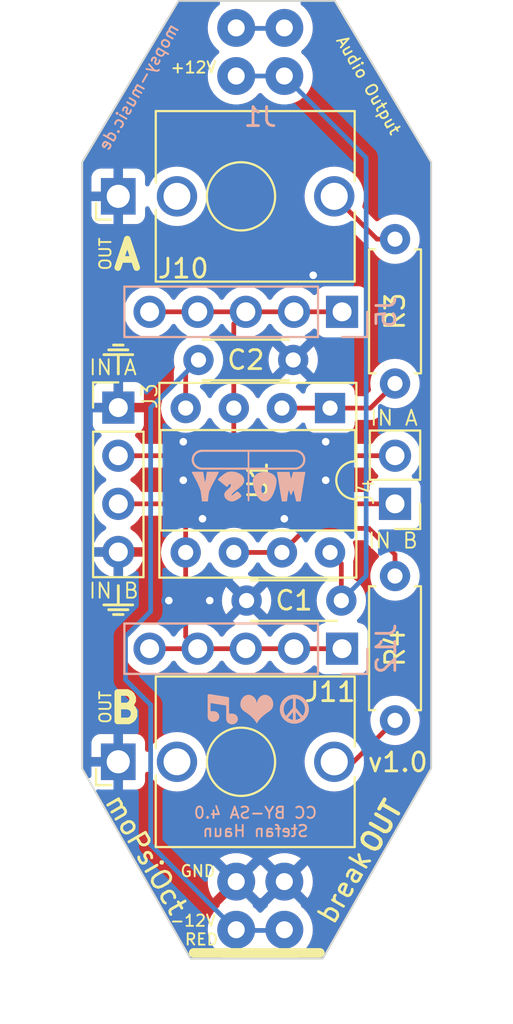
<source format=kicad_pcb>
(kicad_pcb (version 20221018) (generator pcbnew)
  (layers (0 "F.Cu" signal) (31 "B.Cu" signal) (34 "B.Paste" user) (35 "F.Paste" user) (36 "B.SilkS" user "B.Silkscreen") (37 "F.SilkS" user "F.Silkscreen") (38 "B.Mask" user) (39 "F.Mask" user) (44 "Edge.Cuts" user))
  (net 0 "")
  (net 1 "+12V")
  (net 2 "GND")
  (net 3 "-12V")
  (net 4 "Net-(J3-Pin_2)")
  (net 5 "Net-(J12-Pin_1)")
  (net 6 "Net-(U1A--)")
  (net 7 "Net-(J10-PadT)")
  (net 8 "Net-(U1B--)")
  (net 9 "Net-(J11-PadT)")
  (net 12 "unconnected-(J1-Pin_1-Pad1)")
  (footprint "moPsy:Jack_3.5mm_QingPu_WQP-PJ398SM_Vertical_CircularHoles_Centered" (layer "F.Cu") (at 190.246 103.759 90)
    (fp_text reference "J11")
    (fp_text value "B")
  )
  (footprint "moPsy:Jack_3.5mm_QingPu_WQP-PJ398SM_Vertical_CircularHoles_Centered" (layer "F.Cu") (at 190.246 73.914 90)
    (fp_text reference "J10")
    (fp_text value "A")
  )
  (footprint "Connector_PinHeader_2.54mm:PinHeader_1x04_P2.54mm_Vertical" (layer "F.Cu") (at 183.769 85.0646)
    (fp_text reference "J3")
    (fp_text value "Conn_01x04_Pin")
  )
  (footprint "Resistor_THT:R_Axial_DIN0207_L6.3mm_D2.5mm_P7.62mm_Horizontal" (layer "F.Cu") (at 198.374 93.9546 -90)
    (fp_text reference "R4")
    (fp_text value "1k")
  )
  (footprint "Resistor_THT:R_Axial_DIN0207_L6.3mm_D2.5mm_P7.62mm_Horizontal" (layer "F.Cu") (at 198.374 83.7946 90)
    (fp_text reference "R3")
    (fp_text value "1k")
  )
  (footprint "Capacitor_THT:C_Disc_D4.3mm_W1.9mm_P5.00mm" (layer "F.Cu") (at 195.54 95.25 180)
    (fp_text reference "C1")
    (fp_text value "100n")
  )
  (footprint "Connector_PinHeader_2.54mm:PinHeader_1x02_P2.54mm_Vertical" (layer "F.Cu") (at 198.374 90.1446 180)
    (fp_text reference "J4")
    (fp_text value "Conn_01x02_Pin")
  )
  (footprint "Package_DIP:DIP-8_W7.62mm_Socket" (layer "F.Cu") (at 194.945 85.09 -90)
    (fp_text reference "U1")
    (fp_text value "TL072")
  )
  (footprint "Capacitor_THT:C_Disc_D4.3mm_W1.9mm_P5.00mm" (layer "F.Cu") (at 193 82.55 180)
    (fp_text reference "C2")
    (fp_text value "100n")
  )
  (footprint "Connector_PinHeader_2.54mm:PinHeader_1x05_P2.54mm_Vertical" (layer "B.Cu") (at 195.58 80.01 90)
    (fp_text reference "J5")
    (fp_text value "Conn_01x05_Pin")
  )
  (footprint "Connector_PinHeader_2.54mm:PinHeader_1x05_P2.54mm_Vertical" (layer "B.Cu") (at 195.58 97.79 90)
    (fp_text reference "J12")
    (fp_text value "Conn_01x05_Pin")
  )
  (footprint "moPsy:Breadboard Power Connector" (layer "B.Cu") (at 192.019 88.824 180)
    (fp_text reference "J1")
    (fp_text value "Conn_01x04_Pin")
  )
  (gr_line (start 193.508292 101.47587) (end 193.484146 101.496786) (stroke (width 0.2)) (layer "B.SilkS"))
  (gr_line (start 192.425294 100.785387) (end 192.435757 100.754467) (stroke (width 0.2)) (layer "B.SilkS"))
  (gr_line (start 187.893135 88.190228) (end 187.919255 88.207997) (stroke (width 0.114101)) (layer "B.SilkS"))
  (gr_line (start 193.060845 101.648747) (end 193.0266 101.647881) (stroke (width 0.2)) (layer "B.SilkS"))
  (gr_line (start 193.534225 87.607773) (end 193.547708 87.6362) (stroke (width 0.114101)) (layer "B.SilkS"))
  (gr_line (start 192.398812 100.915237) (end 192.403044 100.881933) (stroke (width 0.2)) (layer "B.SilkS"))
  (gr_line (start 193.660692 100.694769) (end 193.674019 100.724247) (stroke (width 0.2)) (layer "B.SilkS"))
  (gr_line (start 187.974787 88.238506) (end 188.004018 88.251147) (stroke (width 0.114101)) (layer "B.SilkS"))
  (gr_line (start 193.289656 100.358188) (end 193.319876 100.370104) (stroke (width 0.2)) (layer "B.SilkS"))
  (gr_line (start 193.482079 87.528027) (end 193.491846 87.540517) (stroke (width 0.114101)) (layer "B.SilkS"))
  (gr_line (start 193.138957 87.346637) (end 193.155207 87.348441) (stroke (width 0.114101)) (layer "B.SilkS"))
  (gr_line (start 192.832035 101.608366) (end 192.801815 101.596451) (stroke (width 0.2)) (layer "B.SilkS"))
  (gr_line (start 187.724696 87.966354) (end 187.736105 87.995376) (stroke (width 0.114101)) (layer "B.SilkS"))
  (gr_line (start 193.705364 101.149589) (end 193.696397 101.181168) (stroke (width 0.2)) (layer "B.SilkS"))
  (gr_line (start 192.715775 100.41415) (end 192.743643 100.398126) (stroke (width 0.2)) (layer "B.SilkS"))
  (gr_line (start 192.613399 100.490685) (end 192.637545 100.469769) (stroke (width 0.2)) (layer "B.SilkS"))
  (gr_line (start 193.439175 87.481662) (end 193.450454 87.492702) (stroke (width 0.114101)) (layer "B.SilkS"))
  (gr_line (start 193.645996 101.30048) (end 193.629973 101.328348) (stroke (width 0.2)) (layer "B.SilkS"))
  (gr_line (start 193.508292 100.490685) (end 193.531403 100.512719) (stroke (width 0.2)) (layer "B.SilkS"))
  (gr_line (start 193.128886 101.645311) (end 193.09509 101.647881) (stroke (width 0.2)) (layer "B.SilkS"))
  (gr_line (start 193.106131 87.344557) (end 193.122594 87.34534) (stroke (width 0.114101)) (layer "B.SilkS"))
  (gr_line (start 193.405915 101.552405) (end 193.378048 101.568428) (stroke (width 0.2)) (layer "B.SilkS"))
  (gr_line (start 193.568452 87.694739) (end 193.575713 87.724653) (stroke (width 0.114101)) (layer "B.SilkS"))
  (gr_poly (pts (xy 190.625361 89.978847) (xy 190.658453 89.978847) (xy 190.658453 87.330268) (xy 190.625361 87.330268)) (stroke (width 0.060083)) (fill solid) (layer "B.SilkS"))
  (gr_line (start 193.279796 88.251144) (end 193.249708 88.261977) (stroke (width 0.114101)) (layer "B.SilkS"))
  (gr_line (start 192.662685 100.450013) (end 192.688775 100.43146) (stroke (width 0.2)) (layer "B.SilkS"))
  (gr_line (start 193.726315 100.983278) (end 193.725449 101.017523) (stroke (width 0.2)) (layer "B.SilkS"))
  (gr_line (start 187.919255 88.207997) (end 187.946502 88.224106) (stroke (width 0.114101)) (layer "B.SilkS"))
  (gr_line (start 193.227157 100.338759) (end 193.258736 100.347726) (stroke (width 0.2)) (layer "B.SilkS"))
  (gr_line (start 193.575713 87.724653) (end 193.580899 87.754865) (stroke (width 0.114101)) (layer "B.SilkS"))
  (gr_line (start 193.559118 87.966347) (end 193.547708 87.995368) (stroke (width 0.114101)) (layer "B.SilkS"))
  (gr_line (start 193.427547 87.471) (end 193.439175 87.481662) (stroke (width 0.114101)) (layer "B.SilkS"))
  (gr_line (start 187.782607 87.553368) (end 187.773663 87.566544) (stroke (width 0.114101)) (layer "B.SilkS"))
  (gr_line (start 193.405915 100.41415) (end 193.432916 100.43146) (stroke (width 0.2)) (layer "B.SilkS"))
  (gr_line (start 193.518667 87.580041) (end 193.534225 87.607773) (stroke (width 0.114101)) (layer "B.SilkS"))
  (gr_line (start 192.568253 100.535831) (end 192.590288 100.512719) (stroke (width 0.2)) (layer "B.SilkS"))
  (gr_line (start 193.450454 87.492702) (end 193.461371 87.504114) (stroke (width 0.114101)) (layer "B.SilkS"))
  (gr_line (start 192.992805 101.645311) (end 192.959501 101.641079) (stroke (width 0.2)) (layer "B.SilkS"))
  (gr_line (start 192.395376 100.983278) (end 192.395376 100.983278) (stroke (width 0.2)) (layer "B.SilkS"))
  (gr_line (start 193.484146 100.469769) (end 193.508292 100.490685) (stroke (width 0.2)) (layer "B.SilkS"))
  (gr_poly (pts (xy 188.385449 88.829142) (xy 188.385303 88.829692) (xy 188.385174 88.830242) (xy 188.385062 88.830793) (xy 188.384968 88.831343) (xy 188.38489 88.831893) (xy 188.38483 88.832443) (xy 188.384787 88.832994) (xy 188.384761 88.833544) (xy 188.384753 88.834094) (xy 188.385559 88.828772)) (fill solid) (layer "B.SilkS"))
  (gr_line (start 193.432916 101.535095) (end 193.405915 101.552405) (stroke (width 0.2)) (layer "B.SilkS"))
  (gr_line (start 193.575713 87.906915) (end 193.568452 87.93683) (stroke (width 0.114101)) (layer "B.SilkS"))
  (gr_line (start 188.16122 88.286228) (end 188.194237 88.287273) (stroke (width 0.114101)) (layer "B.SilkS"))
  (gr_line (start 187.811898 87.515908) (end 187.801736 87.528044) (stroke (width 0.114101)) (layer "B.SilkS"))
  (gr_line (start 193.712795 101.117393) (end 193.705364 101.149589) (stroke (width 0.2)) (layer "B.SilkS"))
  (gr_line (start 192.590288 100.512719) (end 192.613399 100.490685) (stroke (width 0.2)) (layer "B.SilkS"))
  (gr_line (start 193.559118 87.665221) (end 193.568452 87.694739) (stroke (width 0.114101)) (layer "B.SilkS"))
  (gr_line (start 188.177683 87.344578) (end 188.16122 87.345361) (stroke (width 0.114101)) (layer "B.SilkS"))
  (gr_line (start 193.459006 101.516542) (end 193.432916 101.535095) (stroke (width 0.2)) (layer "B.SilkS"))
  (gr_line (start 188.034106 87.36961) (end 188.004018 87.380442) (stroke (width 0.114101)) (layer "B.SilkS"))
  (gr_line (start 187.868233 88.170849) (end 187.893135 88.190228) (stroke (width 0.114101)) (layer "B.SilkS"))
  (gr_poly (pts (xy 188.234716 88.30382) (xy 193.048905 88.30382) (xy 193.048905 88.270727) (xy 188.234716 88.270727)) (stroke (width 0.081005)) (fill solid) (layer "B.SilkS"))
  (gr_line (start 188.112482 87.350769) (end 188.096491 87.353571) (stroke (width 0.114101)) (layer "B.SilkS"))
  (gr_line (start 192.637545 101.496786) (end 192.613399 101.47587) (stroke (width 0.2)) (layer "B.SilkS"))
  (gr_line (start 193.09509 101.647881) (end 193.060845 101.648747) (stroke (width 0.2)) (layer "B.SilkS"))
  (gr_line (start 192.832035 100.358188) (end 192.862955 100.347726) (stroke (width 0.2)) (layer "B.SilkS"))
  (gr_line (start 187.801736 87.528044) (end 187.791968 87.540532) (stroke (width 0.114101)) (layer "B.SilkS"))
  (gr_line (start 193.491846 87.540517) (end 193.501207 87.553353) (stroke (width 0.114101)) (layer "B.SilkS"))
  (gr_line (start 193.568452 87.93683) (end 193.559118 87.966347) (stroke (width 0.114101)) (layer "B.SilkS"))
  (gr_poly (pts (xy 188.234838 87.360817) (xy 193.049463 87.360817) (xy 193.049463 87.327725) (xy 188.234838 87.327725)) (stroke (width 0.081008)) (fill solid) (layer "B.SilkS"))
  (gr_line (start 188.004018 88.251147) (end 188.034106 88.261978) (stroke (width 0.114101)) (layer "B.SilkS"))
  (gr_line (start 192.491718 101.328348) (end 192.475695 101.30048) (stroke (width 0.2)) (layer "B.SilkS"))
  (gr_line (start 193.674019 100.724247) (end 193.685934 100.754467) (stroke (width 0.2)) (layer "B.SilkS"))
  (gr_line (start 187.736105 87.636213) (end 187.724696 87.665234) (stroke (width 0.114101)) (layer "B.SilkS"))
  (gr_poly (pts (xy 189.726332 88.44032) (xy 189.706316 88.440952) (xy 189.686713 88.442006) (xy 189.667523 88.44348) (xy 189.648746 88.445376) (xy 189.630381 88.447693) (xy 189.612429 88.450431) (xy 189.594889 88.453591) (xy 189.577763 88.457172) (xy 189.561048 88.461174) (xy 189.544747 88.465597) (xy 189.528858 88.470442) (xy 189.513382 88.475708) (xy 189.498319 88.481396) (xy 189.483668 88.487504) (xy 189.46943 88.494034) (xy 189.46051 88.498544) (xy 189.450808 88.503819) (xy 189.440323 88.509859) (xy 189.429056 88.516664) (xy 189.404174 88.53257) (xy 189.376162 88.551536) (xy 189.345021 88.573564) (xy 189.310751 88.598652) (xy 189.27335 88.626802) (xy 189.232821 88.658012) (xy 189.185103 88.696066) (xy 189.16363 88.713919) (xy 189.143748 88.73099) (xy 189.125456 88.747278) (xy 189.108755 88.762784) (xy 189.093644 88.777508) (xy 189.080124 88.791449) (xy 189.068195 88.804608) (xy 189.057856 88.816985) (xy 189.049108 88.828579) (xy 189.04195 88.83939) (xy 189.036383 88.84942) (xy 189.032407 88.858666) (xy 189.030021 88.867131) (xy 189.029226 88.874813) (xy 189.02926 88.876172) (xy 189.029363 88.877496) (xy 189.029535 88.878785) (xy 189.029776 88.880041) (xy 189.030085 88.881262) (xy 189.030464 88.882448) (xy 189.030911 88.8836) (xy 189.031426 88.884718) (xy 189.032011 88.885801) (xy 189.032664 88.88685) (xy 189.033387 88.887865) (xy 189.034177 88.888845) (xy 189.035037 88.889791) (xy 189.035966 88.890702) (xy 189.036963 88.891579) (xy 189.038029 88.892422) (xy 189.059971 88.90702) (xy 189.083976 88.923855) (xy 189.110044 88.942925) (xy 189.138176 88.96423) (xy 189.168371 88.987771) (xy 189.20063 89.013547) (xy 189.234952 89.041558) (xy 189.271338 89.071805) (xy 189.341083 89.129926) (xy 189.372551 89.15553) (xy 189.401749 89.17883) (xy 189.428677 89.199826) (xy 189.453335 89.218518) (xy 189.475724 89.234905) (xy 189.495843 89.248988) (xy 189.496402 89.249254) (xy 189.496979 89.249503) (xy 189.497572 89.249735) (xy 189.498182 89.249949) (xy 189.49881 89.250146) (xy 189.499455 89.250327) (xy 189.500117 89.25049) (xy 189.500796 89.250635) (xy 189.501493 89.250764) (xy 189.502206 89.250876) (xy 189.502937 89.25097) (xy 189.503685 89.251047) (xy 189.50445 89.251107) (xy 189.505233 89.25115) (xy 189.506032 89.251176) (xy 189.506849 89.251185) (xy 189.507517 89.251109) (xy 189.508285 89.250884) (xy 189.509151 89.250508) (xy 189.510116 89.249981) (xy 189.51118 89.249304) (xy 189.512343 89.248476) (xy 189.514965 89.24637) (xy 189.517983 89.243662) (xy 189.521396 89.240351) (xy 189.525205 89.23644) (xy 189.529409 89.231926) (xy 189.534009 89.22681) (xy 189.539004 89.221093) (xy 189.544395 89.214773) (xy 189.550181 89.207852) (xy 189.556363 89.200329) (xy 189.56294 89.192204) (xy 189.569913 89.183478) (xy 189.577281 89.174149) (xy 189.59176 89.155837) (xy 189.604932 89.139965) (xy 189.611028 89.132945) (xy 189.616797 89.126536) (xy 189.622239 89.120737) (xy 189.627355 89.115548) (xy 189.632144 89.11097) (xy 189.636606 89.107002) (xy 189.640741 89.103644) (xy 189.64455 89.100897) (xy 189.648032 89.098761) (xy 189.651188 89.097235) (xy 189.654017 89.096319) (xy 189.656519 89.096014) (xy 189.657619 89.09604) (xy 189.658719 89.096117) (xy 189.65982 89.096246) (xy 189.66092 89.096426) (xy 189.662021 89.096658) (xy 189.663121 89.096942) (xy 189.664221 89.097277) (xy 189.665322 89.097664) (xy 189.666422 89.098102) (xy 189.667523 89.098592) (xy 189.668624 89.099133) (xy 189.669724 89.099726) (xy 189.670825 89.10037) (xy 189.671925 89.101066) (xy 189.673026 89.101814) (xy 189.674126 89.102613) (xy 189.678524 89.106761) (xy 189.682638 89.110953) (xy 189.686469 89.115187) (xy 189.690015 89.119464) (xy 189.693278 89.123785) (xy 189.696257 89.128148) (xy 189.698953 89.132555) (xy 189.701364 89.137004) (xy 189.703492 89.141496) (xy 189.705336 89.146032) (xy 189.706897 89.15061) (xy 189.708174 89.155231) (xy 189.709167 89.159896) (xy 189.709876 89.164603) (xy 189.710302 89.169353) (xy 189.710444 89.174147) (xy 189.710335 89.177564) (xy 189.710009 89.181076) (xy 189.709467 89.184683) (xy 189.708707 89.188384) (xy 189.70773 89.19218) (xy 189.706536 89.196071) (xy 189.703497 89.204135) (xy 189.699589 89.212578) (xy 189.694813 89.221399) (xy 189.689168 89.230599) (xy 189.682656 89.240177) (xy 189.675274 89.250133) (xy 189.667025 89.260468) (xy 189.657907 89.271181) (xy 189.647921 89.282272) (xy 189.637066 89.293741) (xy 189.625343 89.305589) (xy 189.612751 89.317815) (xy 189.599292 89.33042) (xy 189.444119 89.474587) (xy 189.434258 89.486667) (xy 189.425032 89.498695) (xy 189.416443 89.510672) (xy 189.40849 89.522597) (xy 189.401173 89.53447) (xy 189.394493 89.546292) (xy 189.388449 89.558062) (xy 189.383041 89.569781) (xy 189.378269 89.581448) (xy 189.374134 89.593064) (xy 189.370634 89.604628) (xy 189.367771 89.61614) (xy 189.365544 89.627601) (xy 189.363954 89.639011) (xy 189.362999 89.650369) (xy 189.362681 89.661675) (xy 189.363335 89.684064) (xy 189.365295 89.705833) (xy 189.368562 89.726984) (xy 189.373136 89.747515) (xy 189.379017 89.767428) (xy 189.386205 89.786721) (xy 189.3947 89.805395) (xy 189.404501 89.823451) (xy 189.415609 89.840887) (xy 189.428025 89.857704) (xy 189.441747 89.873902) (xy 189.456776 89.889481) (xy 189.473111 89.904442) (xy 189.490754 89.918783) (xy 189.509703 89.932505) (xy 189.52996 89.945608) (xy 189.545079 89.954536) (xy 189.560172 89.962889) (xy 189.57524 89.970665) (xy 189.590281 89.977866) (xy 189.605297 89.984491) (xy 189.620287 89.990539) (xy 189.635252 89.996012) (xy 189.65019 90.000908) (xy 189.665103 90.005229) (xy 189.67999 90.008973) (xy 189.694852 90.012141) (xy 189.709687 90.014734) (xy 189.724497 90.01675) (xy 189.739281 90.01819) (xy 189.754039 90.019054) (xy 189.768771 90.019342) (xy 189.782966 90.018998) (xy 189.797487 90.017967) (xy 189.812336 90.016247) (xy 189.827511 90.01384) (xy 189.843012 90.010744) (xy 189.858841 90.006961) (xy 189.874996 90.002491) (xy 189.891478 89.997332) (xy 189.908287 89.991485) (xy 189.925422 89.984951) (xy 189.942884 89.977729) (xy 189.960673 89.969819) (xy 189.978788 89.961221) (xy 189.99723 89.951935) (xy 190.015999 89.941962) (xy 190.035095 89.931301) (xy 190.067044 89.912506) (xy 190.097962 89.892989) (xy 190.127848 89.87275) (xy 190.156702 89.851789) (xy 190.184524 89.830105) (xy 190.211315 89.807699) (xy 190.237074 89.784571) (xy 190.261801 89.760721) (xy 190.262734 89.759875) (xy 190.263606 89.758986) (xy 190.264419 89.758053) (xy 190.265171 89.757078) (xy 190.265863 89.756059) (xy 190.266495 89.754998) (xy 190.267067 89.753893) (xy 190.267578 89.752745) (xy 190.26803 89.751554) (xy 190.268421 89.750321) (xy 190.268752 89.749044) (xy 190.269023 89.747724) (xy 190.269234 89.746361) (xy 190.269384 89.744955) (xy 190.269474 89.743506) (xy 190.269504 89.742013) (xy 190.269152 89.734847) (xy 190.268094 89.72738) (xy 190.266332 89.719612) (xy 190.263864 89.711543) (xy 190.260692 89.703173) (xy 190.256814 89.694502) (xy 190.252231 89.68553) (xy 190.246944 89.676258) (xy 190.240951 89.666684) (xy 190.234253 89.65681) (xy 190.226851 89.646634) (xy 190.218743 89.636158) (xy 190.20993 89.62538) (xy 190.200413 89.614302) (xy 190.19019 89.602923) (xy 190.179262 89.591243) (xy 190.168124 89.579782) (xy 190.157269 89.56906) (xy 190.146698 89.559078) (xy 190.136411 89.549836) (xy 190.126408 89.541333) (xy 190.116688 89.533569) (xy 190.107252 89.526545) (xy 190.098099 89.52026) (xy 190.089231 89.514714) (xy 190.080646 89.509908) (xy 190.072345 89.505841) (xy 190.064327 89.502514) (xy 190.056594 89.499926) (xy 190.049144 89.498078) (xy 190.041978 89.496969) (xy 190.035095 89.496599) (xy 190.034274 89.496608) (xy 190.033461 89.496634) (xy 190.032657 89.496677) (xy 190.031862 89.496737) (xy 190.031075 89.496814) (xy 190.030297 89.496909) (xy 190.029528 89.497021) (xy 190.028767 89.49715) (xy 190.028015 89.497297) (xy 190.027271 89.497461) (xy 190.026536 89.497641) (xy 190.025809 89.49784) (xy 190.025091 89.498055) (xy 190.024382 89.498288) (xy 190.023682 89.498537) (xy 190.022989 89.498805) (xy 189.883224 89.614358) (xy 189.859598 89.633187) (xy 189.838241 89.649505) (xy 189.819154 89.663313) (xy 189.802337 89.674611) (xy 189.794779 89.679318) (xy 189.787789 89.683397) (xy 189.781367 89.686849) (xy 189.775512 89.689673) (xy 189.770224 89.69187) (xy 189.765504 89.693439) (xy 189.761351 89.694381) (xy 189.757766 89.694694) (xy 189.757219 89.694679) (xy 189.756678 89.694634) (xy 189.756144 89.694559) (xy 189.755616 89.694454) (xy 189.755095 89.694318) (xy 189.75458 89.694153) (xy 189.754072 89.693957) (xy 189.75357 89.693731) (xy 189.753075 89.693475) (xy 189.752586 89.69319) (xy 189.752103 89.692874) (xy 189.751627 89.692527) (xy 189.751157 89.692151) (xy 189.750694 89.691745) (xy 189.750237 89.691309) (xy 189.749787 89.690842) (xy 189.749343 89.690346) (xy 189.748906 89.689819) (xy 189.748475 89.689262) (xy 189.74805 89.688675) (xy 189.747632 89.688058) (xy 189.747221 89.687411) (xy 189.746417 89.686027) (xy 189.745639 89.684523) (xy 189.744886 89.682898) (xy 189.74416 89.681153) (xy 189.743459 89.679287) (xy 189.751102 89.666472) (xy 189.759726 89.653339) (xy 189.769329 89.639887) (xy 189.779913 89.626118) (xy 189.791477 89.612031) (xy 189.804021 89.597625) (xy 189.817546 89.582902) (xy 189.83205 89.56786) (xy 189.847535 89.5525) (xy 189.864 89.536822) (xy 189.881444 89.520826) (xy 189.899869 89.504512) (xy 189.919275 89.487879) (xy 189.93966 89.470929) (xy 189.961025 89.45366) (xy 189.983371 89.436074) (xy 190.092734 89.350302) (xy 190.177612 89.282277) (xy 190.238002 89.231997) (xy 190.259015 89.213512) (xy 190.273906 89.199464) (xy 190.291098 89.181727) (xy 190.30718 89.164007) (xy 190.322153 89.146304) (xy 190.336017 89.128619) (xy 190.348771 89.11095) (xy 190.360417 89.093299) (xy 190.370954 89.075665) (xy 190.380381 89.058048) (xy 190.388699 89.040449) (xy 190.395908 89.022866) (xy 190.402009 89.005301) (xy 190.407 88.987753) (xy 190.410881 88.970222) (xy 190.413654 88.952709) (xy 190.415318 88.935212) (xy 190.415872 88.917733) (xy 190.414815 88.887099) (xy 190.411642 88.857377) (xy 190.406355 88.828565) (xy 190.398952 88.800666) (xy 190.389434 88.773677) (xy 190.377802 88.7476) (xy 190.364054 88.722434) (xy 190.348191 88.69818) (xy 190.330213 88.674837) (xy 190.31012 88.652406) (xy 190.287912 88.630885) (xy 190.263589 88.610276) (xy 190.237151 88.590579) (xy 190.208598 88.571793) (xy 190.177929 88.553918) (xy 190.145146 88.536954) (xy 190.120634 88.525227) (xy 190.09607 88.514256) (xy 190.071455 88.504042) (xy 190.046788 88.494585) (xy 190.022069 88.485884) (xy 189.997299 88.47794) (xy 189.972477 88.470752) (xy 189.947604 88.464321) (xy 189.922679 88.458646) (xy 189.897703 88.453729) (xy 189.872675 88.449567) (xy 189.847595 88.446163) (xy 189.822464 88.443514) (xy 189.797281 88.441623) (xy 189.772046 88.440488) (xy 189.74676 88.44011)) (fill solid) (layer "B.SilkS"))
  (gr_line (start 192.527581 101.381438) (end 192.509028 101.355348) (stroke (width 0.2)) (layer "B.SilkS"))
  (gr_line (start 187.698766 87.815794) (end 187.699803 87.846303) (stroke (width 0.114101)) (layer "B.SilkS"))
  (gr_line (start 193.218854 88.27095) (end 193.187323 88.278016) (stroke (width 0.114101)) (layer "B.SilkS"))
  (gr_line (start 187.833361 87.492719) (end 187.822443 87.504131) (stroke (width 0.114101)) (layer "B.SilkS"))
  (gr_line (start 193.249708 88.261977) (end 193.218854 88.27095) (stroke (width 0.114101)) (layer "B.SilkS"))
  (gr_line (start 187.765147 88.051533) (end 187.782607 88.07822) (stroke (width 0.114101)) (layer "B.SilkS"))
  (gr_line (start 192.396242 101.017523) (end 192.395376 100.983278) (stroke (width 0.2)) (layer "B.SilkS"))
  (gr_line (start 193.415581 88.170845) (end 193.390679 88.190225) (stroke (width 0.114101)) (layer "B.SilkS"))
  (gr_line (start 193.403288 87.450833) (end 193.415581 87.460722) (stroke (width 0.114101)) (layer "B.SilkS"))
  (gr_line (start 193.553438 101.430724) (end 193.531403 101.453835) (stroke (width 0.2)) (layer "B.SilkS"))
  (gr_line (start 192.395376 100.983278) (end 192.395376 100.983278) (stroke (width 0.2)) (layer "B.SilkS"))
  (gr_line (start 193.660692 101.271786) (end 193.645996 101.30048) (stroke (width 0.2)) (layer "B.SilkS"))
  (gr_line (start 193.722879 100.915237) (end 193.725449 100.949033) (stroke (width 0.2)) (layer "B.SilkS"))
  (gr_line (start 193.16219 101.641079) (end 193.128886 101.645311) (stroke (width 0.2)) (layer "B.SilkS"))
  (gr_line (start 192.396242 100.949033) (end 192.398812 100.915237) (stroke (width 0.2)) (layer "B.SilkS"))
  (gr_line (start 188.004018 87.380442) (end 187.974787 87.393083) (stroke (width 0.114101)) (layer "B.SilkS"))
  (gr_line (start 192.425294 101.181168) (end 192.416327 101.149589) (stroke (width 0.2)) (layer "B.SilkS"))
  (gr_line (start 193.390679 87.441342) (end 193.403288 87.450833) (stroke (width 0.114101)) (layer "B.SilkS"))
  (gr_line (start 193.534225 88.023795) (end 193.518667 88.051527) (stroke (width 0.114101)) (layer "B.SilkS"))
  (gr_line (start 192.416327 100.816967) (end 192.425294 100.785387) (stroke (width 0.2)) (layer "B.SilkS"))
  (gr_line (start 193.461371 88.127453) (end 193.439175 88.149905) (stroke (width 0.114101)) (layer "B.SilkS"))
  (gr_line (start 193.547708 87.6362) (end 193.559118 87.665221) (stroke (width 0.114101)) (layer "B.SilkS"))
  (gr_line (start 193.612663 101.355348) (end 193.59411 101.381438) (stroke (width 0.2)) (layer "B.SilkS"))
  (gr_line (start 193.227157 101.627796) (end 193.194961 101.635227) (stroke (width 0.2)) (layer "B.SilkS"))
  (gr_line (start 187.699803 87.846303) (end 187.702915 87.876713) (stroke (width 0.114101)) (layer "B.SilkS"))
  (gr_line (start 193.58401 87.785275) (end 193.585047 87.815784) (stroke (width 0.114101)) (layer "B.SilkS"))
  (gr_line (start 193.279796 87.380422) (end 193.309028 87.393063) (stroke (width 0.114101)) (layer "B.SilkS"))
  (gr_line (start 193.629973 101.328348) (end 193.612663 101.355348) (stroke (width 0.2)) (layer "B.SilkS"))
  (gr_line (start 188.080647 87.356862) (end 188.06496 87.360637) (stroke (width 0.114101)) (layer "B.SilkS"))
  (gr_line (start 187.801736 88.103545) (end 187.822443 88.127458) (stroke (width 0.114101)) (layer "B.SilkS"))
  (gr_line (start 193.718647 100.881933) (end 193.722879 100.915237) (stroke (width 0.2)) (layer "B.SilkS"))
  (gr_line (start 187.974787 87.393083) (end 187.946502 87.407482) (stroke (width 0.114101)) (layer "B.SilkS"))
  (gr_line (start 193.725449 100.949033) (end 193.726315 100.983278) (stroke (width 0.2)) (layer "B.SilkS"))
  (gr_line (start 192.92673 101.635227) (end 192.894534 101.627796) (stroke (width 0.2)) (layer "B.SilkS"))
  (gr_line (start 193.580899 87.754865) (end 193.58401 87.785275) (stroke (width 0.114101)) (layer "B.SilkS"))
  (gr_line (start 193.553438 100.535831) (end 193.574354 100.559977) (stroke (width 0.2)) (layer "B.SilkS"))
  (gr_line (start 192.395376 100.983278) (end 192.396242 100.949033) (stroke (width 0.2)) (layer "B.SilkS"))
  (gr_line (start 193.309028 87.393063) (end 193.337312 87.407463) (stroke (width 0.114101)) (layer "B.SilkS"))
  (gr_line (start 193.060845 100.317808) (end 193.060845 100.317808) (stroke (width 0.2)) (layer "B.SilkS"))
  (gr_line (start 193.122594 87.34534) (end 193.138957 87.346637) (stroke (width 0.114101)) (layer "B.SilkS"))
  (gr_line (start 193.59411 101.381438) (end 193.574354 101.406578) (stroke (width 0.2)) (layer "B.SilkS"))
  (gr_line (start 193.726315 100.983278) (end 193.726315 100.983278) (stroke (width 0.2)) (layer "B.SilkS"))
  (gr_line (start 193.09509 100.318674) (end 193.128886 100.321244) (stroke (width 0.2)) (layer "B.SilkS"))
  (gr_line (start 192.475695 100.666075) (end 192.491718 100.638207) (stroke (width 0.2)) (layer "B.SilkS"))
  (gr_line (start 187.773663 87.566544) (end 187.765147 87.580055) (stroke (width 0.114101)) (layer "B.SilkS"))
  (gr_line (start 193.378048 100.398126) (end 193.405915 100.41415) (stroke (width 0.2)) (layer "B.SilkS"))
  (gr_line (start 187.844639 88.149909) (end 187.868233 88.170849) (stroke (width 0.114101)) (layer "B.SilkS"))
  (gr_line (start 193.089577 87.344295) (end 193.106131 87.344557) (stroke (width 0.114101)) (layer "B.SilkS"))
  (gr_line (start 188.096491 88.278018) (end 188.128608 88.283126) (stroke (width 0.114101)) (layer "B.SilkS"))
  (gr_line (start 187.702915 87.754876) (end 187.699803 87.785286) (stroke (width 0.114101)) (layer "B.SilkS"))
  (gr_line (start 193.203167 87.356841) (end 193.218854 87.360616) (stroke (width 0.114101)) (layer "B.SilkS"))
  (gr_line (start 187.782607 88.07822) (end 187.801736 88.103545) (stroke (width 0.114101)) (layer "B.SilkS"))
  (gr_line (start 192.801815 101.596451) (end 192.772337 101.583124) (stroke (width 0.2)) (layer "B.SilkS"))
  (gr_line (start 193.518667 88.051527) (end 193.501207 88.078215) (stroke (width 0.114101)) (layer "B.SilkS"))
  (gr_line (start 193.060845 100.317808) (end 193.09509 100.318674) (stroke (width 0.2)) (layer "B.SilkS"))
  (gr_line (start 192.894534 101.627796) (end 192.862955 101.618829) (stroke (width 0.2)) (layer "B.SilkS"))
  (gr_line (start 193.574354 101.406578) (end 193.553438 101.430724) (stroke (width 0.2)) (layer "B.SilkS"))
  (gr_line (start 193.432916 100.43146) (end 193.459006 100.450013) (stroke (width 0.2)) (layer "B.SilkS"))
  (gr_line (start 193.712795 100.849162) (end 193.718647 100.881933) (stroke (width 0.2)) (layer "B.SilkS"))
  (gr_line (start 193.629973 100.638207) (end 193.645996 100.666075) (stroke (width 0.2)) (layer "B.SilkS"))
  (gr_line (start 188.06496 87.360637) (end 188.034106 87.36961) (stroke (width 0.114101)) (layer "B.SilkS"))
  (gr_line (start 188.128608 87.348462) (end 188.112482 87.350769) (stroke (width 0.114101)) (layer "B.SilkS"))
  (gr_line (start 193.696397 101.181168) (end 193.685934 101.212088) (stroke (width 0.2)) (layer "B.SilkS"))
  (gr_line (start 187.765147 87.580055) (end 187.749589 87.607787) (stroke (width 0.114101)) (layer "B.SilkS"))
  (gr_line (start 187.822443 88.127458) (end 187.844639 88.149909) (stroke (width 0.114101)) (layer "B.SilkS"))
  (gr_line (start 192.509028 100.611207) (end 192.527581 100.585117) (stroke (width 0.2)) (layer "B.SilkS"))
  (gr_line (start 192.637545 100.469769) (end 192.662685 100.450013) (stroke (width 0.2)) (layer "B.SilkS"))
  (gr_line (start 188.194237 87.344316) (end 188.177683 87.344578) (stroke (width 0.114101)) (layer "B.SilkS"))
  (gr_line (start 193.461371 87.504114) (end 193.471917 87.515891) (stroke (width 0.114101)) (layer "B.SilkS"))
  (gr_line (start 193.459006 100.450013) (end 193.484146 100.469769) (stroke (width 0.2)) (layer "B.SilkS"))
  (gr_line (start 193.194961 100.331328) (end 193.227157 100.338759) (stroke (width 0.2)) (layer "B.SilkS"))
  (gr_line (start 193.725449 101.017523) (end 193.722879 101.051318) (stroke (width 0.2)) (layer "B.SilkS"))
  (gr_line (start 193.319876 101.596451) (end 193.289656 101.608366) (stroke (width 0.2)) (layer "B.SilkS"))
  (gr_line (start 193.364559 88.207994) (end 193.337312 88.224104) (stroke (width 0.114101)) (layer "B.SilkS"))
  (gr_line (start 193.060845 101.648747) (end 193.060845 101.648747) (stroke (width 0.2)) (layer "B.SilkS"))
  (gr_line (start 192.398812 101.051318) (end 192.396242 101.017523) (stroke (width 0.2)) (layer "B.SilkS"))
  (gr_line (start 193.390679 88.190225) (end 193.364559 88.207994) (stroke (width 0.114101)) (layer "B.SilkS"))
  (gr_line (start 192.403044 100.881933) (end 192.408896 100.849162) (stroke (width 0.2)) (layer "B.SilkS"))
  (gr_line (start 193.187323 88.278016) (end 193.155206 88.283125) (stroke (width 0.114101)) (layer "B.SilkS"))
  (gr_line (start 193.364559 87.423572) (end 193.390679 87.441342) (stroke (width 0.114101)) (layer "B.SilkS"))
  (gr_line (start 188.096491 87.353571) (end 188.080647 87.356862) (stroke (width 0.114101)) (layer "B.SilkS"))
  (gr_poly (pts (xy 190.634495 100.224496) (xy 190.623486 100.22493) (xy 190.612585 100.225652) (xy 190.601794 100.226664) (xy 190.591111 100.227964) (xy 190.580537 100.229554) (xy 190.570072 100.231432) (xy 190.559716 100.233599) (xy 190.549469 100.236056) (xy 190.53933 100.238801) (xy 190.5293 100.241835) (xy 190.519379 100.245158) (xy 190.509567 100.24877) (xy 190.499864 100.252671) (xy 190.490269 100.256861) (xy 190.480784 100.26134) (xy 190.470845 100.266408) (xy 190.461051 100.271702) (xy 190.451402 100.277224) (xy 190.441898 100.282972) (xy 190.432539 100.288948) (xy 190.423326 100.29515) (xy 190.414257 100.30158) (xy 190.405334 100.308237) (xy 190.396556 100.31512) (xy 190.387922 100.322231) (xy 190.379434 100.329569) (xy 190.371091 100.337134) (xy 190.362893 100.344926) (xy 190.35484 100.352944) (xy 190.346932 100.36119) (xy 190.33917 100.369663) (xy 190.331316 100.378658) (xy 190.323717 100.387807) (xy 190.316371 100.397111) (xy 190.30928 100.406569) (xy 190.302442 100.416183) (xy 190.295858 100.425951) (xy 190.289529 100.435875) (xy 190.283453 100.445953) (xy 190.277631 100.456185) (xy 190.272063 100.466573) (xy 190.266749 100.477115) (xy 190.261689 100.487812) (xy 190.256882 100.498664) (xy 190.25233 100.509671) (xy 190.248032 100.520833) (xy 190.243987 100.532149) (xy 190.240052 100.543574) (xy 190.23637 100.555061) (xy 190.232942 100.566609) (xy 190.229768 100.57822) (xy 190.226848 100.589892) (xy 190.224182 100.601626) (xy 190.221769 100.613422) (xy 190.219611 100.625281) (xy 190.217706 100.637201) (xy 190.216056 100.649183) (xy 190.214659 100.661227) (xy 190.213517 100.673332) (xy 190.212628 100.6855) (xy 190.211993 100.69773) (xy 190.211612 100.710021) (xy 190.211485 100.722375) (xy 190.212365 100.751742) (xy 190.215004 100.780397) (xy 190.219402 100.808339) (xy 190.225559 100.83557) (xy 190.233476 100.862088) (xy 190.243152 100.887895) (xy 190.254588 100.912989) (xy 190.267783 100.937371) (xy 190.282737 100.961041) (xy 190.29945 100.983999) (xy 190.317922 101.006245) (xy 190.338154 101.027779) (xy 190.360145 101.0486) (xy 190.383896 101.06871) (xy 190.409405 101.088107) (xy 190.436674 101.106792) (xy 190.49591 101.146738) (xy 190.552606 101.186652) (xy 190.606763 101.226535) (xy 190.658381 101.266388) (xy 190.70746 101.306209) (xy 190.754 101.346) (xy 190.798 101.385759) (xy 190.839461 101.425488) (xy 190.878383 101.465185) (xy 190.914766 101.504852) (xy 190.94861 101.544488) (xy 190.979914 101.584092) (xy 191.00868 101.623666) (xy 191.034906 101.663209) (xy 191.058593 101.702721) (xy 191.07974 101.742202) (xy 191.079741 101.742202) (xy 191.100888 101.702721) (xy 191.124575 101.663209) (xy 191.150802 101.623666) (xy 191.179567 101.584092) (xy 191.210871 101.544488) (xy 191.244715 101.504852) (xy 191.281098 101.465185) (xy 191.32002 101.425488) (xy 191.361481 101.385759) (xy 191.405482 101.346) (xy 191.452021 101.306209) (xy 191.5011 101.266388) (xy 191.552718 101.226535) (xy 191.606875 101.186652) (xy 191.663571 101.146738) (xy 191.722807 101.106792) (xy 191.750076 101.087798) (xy 191.775585 101.068132) (xy 191.799336 101.047795) (xy 191.821327 101.026788) (xy 191.841559 101.00511) (xy 191.860031 100.982761) (xy 191.876745 100.959741) (xy 191.884441 100.94798) (xy 191.891699 100.93605) (xy 191.898516 100.923953) (xy 191.904893 100.911689) (xy 191.910831 100.899257) (xy 191.916329 100.886657) (xy 191.921387 100.873889) (xy 191.926005 100.860954) (xy 191.930183 100.84785) (xy 191.933921 100.83458) (xy 191.93722 100.821141) (xy 191.940079 100.807535) (xy 191.942498 100.793761) (xy 191.944477 100.779819) (xy 191.947116 100.751432) (xy 191.947996 100.722375) (xy 191.947506 100.69773) (xy 191.946037 100.673332) (xy 191.943589 100.649183) (xy 191.940161 100.625281) (xy 191.935753 100.601626) (xy 191.930367 100.57822) (xy 191.924 100.555061) (xy 191.916655 100.532149) (xy 191.91247 100.520833) (xy 191.90804 100.509671) (xy 191.903365 100.498664) (xy 191.898445 100.487812) (xy 191.893281 100.477115) (xy 191.887871 100.466573) (xy 191.882217 100.456185) (xy 191.876318 100.445953) (xy 191.870174 100.435875) (xy 191.863786 100.425951) (xy 191.857152 100.416183) (xy 191.850274 100.406569) (xy 191.84315 100.397111) (xy 191.835782 100.387807) (xy 191.828169 100.378658) (xy 191.820312 100.369663) (xy 191.812549 100.36119) (xy 191.804641 100.352944) (xy 191.796588 100.344926) (xy 191.78839 100.337134) (xy 191.780047 100.329569) (xy 191.771559 100.322231) (xy 191.762926 100.31512) (xy 191.754148 100.308237) (xy 191.745224 100.30158) (xy 191.736156 100.29515) (xy 191.726942 100.288948) (xy 191.717583 100.282972) (xy 191.708079 100.277224) (xy 191.69843 100.271702) (xy 191.688636 100.266408) (xy 191.678697 100.26134) (xy 191.669212 100.256861) (xy 191.659617 100.252671) (xy 191.649914 100.24877) (xy 191.640102 100.245158) (xy 191.630181 100.241835) (xy 191.620151 100.238801) (xy 191.610012 100.236056) (xy 191.599765 100.233599) (xy 191.589409 100.231432) (xy 191.578943 100.229554) (xy 191.56837 100.227964) (xy 191.557687 100.226664) (xy 191.546895 100.225652) (xy 191.535995 100.22493) (xy 191.524986 100.224496) (xy 191.513868 100.224352) (xy 191.50275 100.224496) (xy 191.491741 100.22493) (xy 191.48084 100.225652) (xy 191.470049 100.226664) (xy 191.459366 100.227964) (xy 191.448792 100.229554) (xy 191.438327 100.231432) (xy 191.427971 100.233599) (xy 191.417723 100.236056) (xy 191.407585 100.238801) (xy 191.397555 100.241835) (xy 191.387634 100.245158) (xy 191.377822 100.24877) (xy 191.368118 100.252671) (xy 191.358524 100.256861) (xy 191.349038 100.26134) (xy 191.339235 100.266253) (xy 191.329559 100.271413) (xy 191.32001 100.276821) (xy 191.310588 100.282477) (xy 191.301293 100.28838) (xy 191.292125 100.294531) (xy 191.283083 100.30093) (xy 191.274169 100.307576) (xy 191.265382 100.31447) (xy 191.256721 100.321612) (xy 191.248188 100.329001) (xy 191.239781 100.336638) (xy 191.231502 100.344523) (xy 191.223349 100.352655) (xy 191.215324 100.361035) (xy 191.207425 100.369663) (xy 191.199848 100.378338) (xy 191.192498 100.387188) (xy 191.185375 100.396213) (xy 191.178478 100.405414) (xy 191.171808 100.41479) (xy 191.165365 100.424341) (xy 191.159148 100.434068) (xy 191.153159 100.443971) (xy 191.147396 100.454049) (xy 191.141859 100.464302) (xy 191.13655 100.474731) (xy 191.131467 100.485335) (xy 191.126611 100.496115) (xy 191.121981 100.50707) (xy 191.117579 100.518201) (xy 191.113403 100.529507) (xy 191.109326 100.540787) (xy 191.105513 100.55217) (xy 191.101963 100.563657) (xy 191.098675 100.575247) (xy 191.095651 100.58694) (xy 191.09289 100.598736) (xy 191.090391 100.610636) (xy 191.088156 100.622638) (xy 191.086183 100.634744) (xy 191.084474 100.646953) (xy 191.083028 100.659265) (xy 191.081844 100.671681) (xy 191.080924 100.6842) (xy 191.080266 100.696821) (xy 191.079872 100.709547) (xy 191.07974 100.722375) (xy 191.079232 100.696821) (xy 191.077709 100.671681) (xy 191.07517 100.646953) (xy 191.073519 100.634744) (xy 191.071615 100.622638) (xy 191.069456 100.610636) (xy 191.067044 100.598736) (xy 191.064378 100.58694) (xy 191.061458 100.575247) (xy 191.058284 100.563657) (xy 191.054856 100.55217) (xy 191.051175 100.540787) (xy 191.047239 100.529507) (xy 191.042922 100.518201) (xy 191.038388 100.50707) (xy 191.033636 100.496115) (xy 191.028667 100.485335) (xy 191.02348 100.474731) (xy 191.018075 100.464302) (xy 191.012452 100.454049) (xy 191.006612 100.443971) (xy 191.000554 100.434068) (xy 190.994279 100.424341) (xy 190.987786 100.41479) (xy 190.981075 100.405413) (xy 190.974147 100.396213) (xy 190.967001 100.387188) (xy 190.959637 100.378338) (xy 190.952056 100.369663) (xy 190.944157 100.361035) (xy 190.936131 100.352655) (xy 190.927979 100.344523) (xy 190.919699 100.336638) (xy 190.911293 100.329001) (xy 190.902759 100.321612) (xy 190.894099 100.31447) (xy 190.885312 100.307576) (xy 190.876397 100.30093) (xy 190.867356 100.294531) (xy 190.858188 100.28838) (xy 190.848893 100.282477) (xy 190.83947 100.276821) (xy 190.829921 100.271413) (xy 190.820245 100.266253) (xy 190.810442 100.26134) (xy 190.800956 100.256861) (xy 190.791362 100.252671) (xy 190.781659 100.24877) (xy 190.771846 100.245158) (xy 190.761925 100.241835) (xy 190.751896 100.238801) (xy 190.741757 100.236056) (xy 190.73151 100.233599) (xy 190.721154 100.231432) (xy 190.710689 100.229554) (xy 190.700115 100.227964) (xy 190.689432 100.226664) (xy 190.67864 100.225652) (xy 190.66774 100.22493) (xy 190.656731 100.224496) (xy 190.645613 100.224352)) (fill solid) (layer "B.SilkS"))
  (gr_line (start 192.590288 101.453835) (end 192.568253 101.430724) (stroke (width 0.2)) (layer "B.SilkS"))
  (gr_line (start 193.319876 100.370104) (end 193.349354 100.38343) (stroke (width 0.2)) (layer "B.SilkS"))
  (gr_poly (pts (xy 188.555559 100.184154) (xy 188.551413 100.184518) (xy 188.547301 100.185102) (xy 188.543234 100.185906) (xy 188.539219 100.186925) (xy 188.535265 100.188158) (xy 188.531381 100.189601) (xy 188.527575 100.191254) (xy 188.523855 100.193112) (xy 188.520232 100.195174) (xy 188.516711 100.197437) (xy 188.513304 100.199898) (xy 188.510017 100.202555) (xy 188.506879 100.205389) (xy 188.503915 100.208374) (xy 188.50113 100.211501) (xy 188.498528 100.214763) (xy 188.496111 100.21815) (xy 188.493885 100.221656) (xy 188.491852 100.22527) (xy 188.490017 100.228986) (xy 188.488383 100.232795) (xy 188.486955 100.236689) (xy 188.485736 100.240658) (xy 188.484731 100.244696) (xy 188.483942 100.248793) (xy 188.483373 100.252942) (xy 188.483029 100.257134) (xy 188.482914 100.261361) (xy 188.482914 101.370018) (xy 188.483317 101.38459) (xy 188.484514 101.398974) (xy 188.486485 101.413151) (xy 188.489211 101.427103) (xy 188.492671 101.440812) (xy 188.496847 101.454261) (xy 188.501718 101.467431) (xy 188.507266 101.480305) (xy 188.51347 101.492865) (xy 188.520311 101.505091) (xy 188.527769 101.516968) (xy 188.535825 101.528476) (xy 188.544459 101.539598) (xy 188.553652 101.550316) (xy 188.563383 101.560611) (xy 188.573634 101.570466) (xy 188.584385 101.579863) (xy 188.595616 101.588784) (xy 188.607308 101.597211) (xy 188.619441 101.605126) (xy 188.631995 101.61251) (xy 188.644951 101.619347) (xy 188.65829 101.625618) (xy 188.671991 101.631305) (xy 188.686035 101.636391) (xy 188.700402 101.640856) (xy 188.715074 101.644684) (xy 188.73003 101.647856) (xy 188.74525 101.650355) (xy 188.760716 101.652162) (xy 188.776407 101.653259) (xy 188.792304 101.653629) (xy 188.808202 101.653259) (xy 188.823893 101.652162) (xy 188.839359 101.650355) (xy 188.854579 101.647856) (xy 188.869535 101.644684) (xy 188.884207 101.640857) (xy 188.898574 101.636391) (xy 188.912619 101.631306) (xy 188.92632 101.625619) (xy 188.939658 101.619348) (xy 188.952614 101.612511) (xy 188.965169 101.605126) (xy 188.977301 101.597212) (xy 188.988993 101.588785) (xy 189.000225 101.579864) (xy 189.010976 101.570467) (xy 189.021227 101.560612) (xy 189.030959 101.550317) (xy 189.040151 101.539599) (xy 189.048786 101.528478) (xy 189.056842 101.516969) (xy 189.0643 101.505093) (xy 189.071141 101.492866) (xy 189.077345 101.480307) (xy 189.082893 101.467433) (xy 189.087764 101.454262) (xy 189.09194 101.440813) (xy 189.0954 101.427104) (xy 189.098126 101.413151) (xy 189.100097 101.398974) (xy 189.101294 101.38459) (xy 189.101697 101.370018) (xy 189.101294 101.355445) (xy 189.100097 101.341061) (xy 189.098126 101.326884) (xy 189.0954 101.312932) (xy 189.09194 101.299222) (xy 189.087764 101.285773) (xy 189.082893 101.272603) (xy 189.077345 101.259729) (xy 189.071141 101.24717) (xy 189.0643 101.234943) (xy 189.056842 101.223066) (xy 189.048786 101.211558) (xy 189.040151 101.200436) (xy 189.030959 101.189719) (xy 189.021227 101.179424) (xy 189.010976 101.169568) (xy 189.000225 101.160172) (xy 188.988993 101.151251) (xy 188.977301 101.142824) (xy 188.965169 101.134909) (xy 188.952614 101.127525) (xy 188.939658 101.120688) (xy 188.92632 101.114417) (xy 188.912619 101.10873) (xy 188.898574 101.103645) (xy 188.884207 101.099179) (xy 188.869535 101.095351) (xy 188.854579 101.092179) (xy 188.839359 101.089681) (xy 188.823893 101.087874) (xy 188.808202 101.086777) (xy 188.792304 101.086407) (xy 188.637609 101.086407) (xy 188.637609 100.66127) (xy 189.462655 100.791541) (xy 189.462655 101.49893) (xy 189.463059 101.513503) (xy 189.464256 101.527887) (xy 189.466227 101.542064) (xy 189.468953 101.556016) (xy 189.472413 101.569726) (xy 189.476589 101.583175) (xy 189.48146 101.596345) (xy 189.487008 101.609219) (xy 189.493212 101.621779) (xy 189.500053 101.634005) (xy 189.507511 101.645882) (xy 189.515567 101.65739) (xy 189.524202 101.668512) (xy 189.533394 101.679229) (xy 189.543126 101.689525) (xy 189.553378 101.69938) (xy 189.564129 101.708777) (xy 189.57536 101.717698) (xy 189.587052 101.726124) (xy 189.599185 101.734039) (xy 189.611739 101.741424) (xy 189.624695 101.748261) (xy 189.638034 101.754531) (xy 189.651735 101.760218) (xy 189.665779 101.765304) (xy 189.680147 101.769769) (xy 189.694818 101.773597) (xy 189.709774 101.776769) (xy 189.724995 101.779267) (xy 189.74046 101.781074) (xy 189.756152 101.782171) (xy 189.772049 101.782541) (xy 189.787946 101.782171) (xy 189.803637 101.781074) (xy 189.819103 101.779267) (xy 189.834324 101.776769) (xy 189.84928 101.773597) (xy 189.863951 101.769769) (xy 189.878319 101.765304) (xy 189.892363 101.760218) (xy 189.906064 101.754531) (xy 189.919403 101.748261) (xy 189.932359 101.741424) (xy 189.944913 101.734039) (xy 189.957046 101.726124) (xy 189.968738 101.717698) (xy 189.979969 101.708777) (xy 189.99072 101.69938) (xy 190.000971 101.689525) (xy 190.010703 101.679229) (xy 190.019896 101.668512) (xy 190.02853 101.65739) (xy 190.036586 101.645882) (xy 190.044045 101.634005) (xy 190.050886 101.621779) (xy 190.05709 101.609219) (xy 190.062637 101.596345) (xy 190.067509 101.583175) (xy 190.071685 101.569726) (xy 190.075145 101.556016) (xy 190.077871 101.542064) (xy 190.079842 101.527887) (xy 190.081039 101.513503) (xy 190.081442 101.49893) (xy 190.081039 101.484358) (xy 190.079842 101.469975) (xy 190.077871 101.455798) (xy 190.075145 101.441846) (xy 190.071685 101.428136) (xy 190.067509 101.414687) (xy 190.062637 101.401517) (xy 190.05709 101.388643) (xy 190.050886 101.376084) (xy 190.044045 101.363857) (xy 190.036586 101.351981) (xy 190.02853 101.340473) (xy 190.019896 101.329351) (xy 190.010703 101.318634) (xy 190.000971 101.308338) (xy 189.99072 101.298483) (xy 189.979969 101.289086) (xy 189.968738 101.280166) (xy 189.957046 101.271739) (xy 189.944913 101.263824) (xy 189.932359 101.256439) (xy 189.919403 101.249602) (xy 189.906064 101.243331) (xy 189.892363 101.237644) (xy 189.878319 101.232559) (xy 189.863951 101.228093) (xy 189.84928 101.224265) (xy 189.834324 101.221093) (xy 189.819103 101.218594) (xy 189.803637 101.216787) (xy 189.787946 101.21569) (xy 189.772049 101.21532) (xy 189.617351 101.21532) (xy 189.617351 100.416056) (xy 189.61727 100.412505) (xy 189.617031 100.408991) (xy 189.616636 100.405518) (xy 189.616088 100.402089) (xy 189.615391 100.398709) (xy 189.614548 100.395381) (xy 189.613562 100.392109) (xy 189.612437 100.388897) (xy 189.611176 100.385748) (xy 189.609781 100.382667) (xy 189.608258 100.379657) (xy 189.606607 100.376723) (xy 189.604834 100.373867) (xy 189.60294 100.371093) (xy 189.60093 100.368407) (xy 189.598807 100.36581) (xy 189.596573 100.363308) (xy 189.594233 100.360903) (xy 189.591789 100.358601) (xy 189.589245 100.356403) (xy 189.586603 100.354316) (xy 189.583868 100.352341) (xy 189.581042 100.350483) (xy 189.578129 100.348746) (xy 189.575131 100.347134) (xy 189.572053 100.34565) (xy 189.568898 100.344299) (xy 189.565668 100.343083) (xy 189.562367 100.342007) (xy 189.558998 100.341075) (xy 189.555565 100.340291) (xy 189.55207 100.339657) (xy 188.572329 100.184962) (xy 188.568126 100.184416) (xy 188.563925 100.184101) (xy 188.559733 100.184015)) (fill solid) (layer "B.SilkS"))
  (gr_line (start 193.439175 88.149905) (end 193.415581 88.170845) (stroke (width 0.114101)) (layer "B.SilkS"))
  (gr_line (start 192.435757 101.212088) (end 192.425294 101.181168) (stroke (width 0.2)) (layer "B.SilkS"))
  (gr_line (start 193.155207 87.348441) (end 193.171333 87.350748) (stroke (width 0.114101)) (layer "B.SilkS"))
  (gr_line (start 193.482078 88.10354) (end 193.461371 88.127453) (stroke (width 0.114101)) (layer "B.SilkS"))
  (gr_line (start 192.772337 100.38343) (end 192.801815 100.370104) (stroke (width 0.2)) (layer "B.SilkS"))
  (gr_line (start 193.705364 100.816967) (end 193.712795 100.849162) (stroke (width 0.2)) (layer "B.SilkS"))
  (gr_line (start 192.613399 101.47587) (end 192.590288 101.453835) (stroke (width 0.2)) (layer "B.SilkS"))
  (gr_line (start 192.743643 100.398126) (end 192.772337 100.38343) (stroke (width 0.2)) (layer "B.SilkS"))
  (gr_line (start 193.685934 100.754467) (end 193.696397 100.785387) (stroke (width 0.2)) (layer "B.SilkS"))
  (gr_line (start 193.171333 87.350748) (end 193.187323 87.35355) (stroke (width 0.114101)) (layer "B.SilkS"))
  (gr_line (start 192.959501 100.325475) (end 192.992805 100.321244) (stroke (width 0.2)) (layer "B.SilkS"))
  (gr_line (start 188.16122 87.345361) (end 188.144857 87.346658) (stroke (width 0.114101)) (layer "B.SilkS"))
  (gr_line (start 193.510151 87.566529) (end 193.518667 87.580041) (stroke (width 0.114101)) (layer "B.SilkS"))
  (gr_line (start 192.547337 100.559977) (end 192.568253 100.535831) (stroke (width 0.2)) (layer "B.SilkS"))
  (gr_line (start 192.743643 101.568428) (end 192.715775 101.552405) (stroke (width 0.2)) (layer "B.SilkS"))
  (gr_line (start 187.946502 88.224106) (end 187.974787 88.238506) (stroke (width 0.114101)) (layer "B.SilkS"))
  (gr_line (start 192.568253 101.430724) (end 192.547337 101.406578) (stroke (width 0.2)) (layer "B.SilkS"))
  (gr_line (start 193.128886 100.321244) (end 193.16219 100.325475) (stroke (width 0.2)) (layer "B.SilkS"))
  (gr_line (start 193.612663 100.611207) (end 193.629973 100.638207) (stroke (width 0.2)) (layer "B.SilkS"))
  (gr_line (start 192.408896 101.117393) (end 192.403044 101.084622) (stroke (width 0.2)) (layer "B.SilkS"))
  (gr_line (start 192.403044 101.084622) (end 192.398812 101.051318) (stroke (width 0.2)) (layer "B.SilkS"))
  (gr_line (start 192.447672 100.724247) (end 192.460999 100.694769) (stroke (width 0.2)) (layer "B.SilkS"))
  (gr_line (start 187.736105 87.995376) (end 187.749589 88.023802) (stroke (width 0.114101)) (layer "B.SilkS"))
  (gr_line (start 187.856267 87.471018) (end 187.844639 87.48168) (stroke (width 0.114101)) (layer "B.SilkS"))
  (gr_line (start 193.194961 101.635227) (end 193.16219 101.641079) (stroke (width 0.2)) (layer "B.SilkS"))
  (gr_line (start 187.715361 87.936837) (end 187.724696 87.966354) (stroke (width 0.114101)) (layer "B.SilkS"))
  (gr_line (start 192.662685 101.516542) (end 192.637545 101.496786) (stroke (width 0.2)) (layer "B.SilkS"))
  (gr_line (start 193.674019 101.242308) (end 193.660692 101.271786) (stroke (width 0.2)) (layer "B.SilkS"))
  (gr_line (start 187.749589 87.607787) (end 187.736105 87.636213) (stroke (width 0.114101)) (layer "B.SilkS"))
  (gr_line (start 187.791968 87.540532) (end 187.782607 87.553368) (stroke (width 0.114101)) (layer "B.SilkS"))
  (gr_line (start 187.715361 87.694751) (end 187.708101 87.724665) (stroke (width 0.114101)) (layer "B.SilkS"))
  (gr_line (start 193.501207 88.078215) (end 193.482078 88.10354) (stroke (width 0.114101)) (layer "B.SilkS"))
  (gr_line (start 192.862955 101.618829) (end 192.832035 101.608366) (stroke (width 0.2)) (layer "B.SilkS"))
  (gr_line (start 193.501207 87.553353) (end 193.510151 87.566529) (stroke (width 0.114101)) (layer "B.SilkS"))
  (gr_line (start 192.688775 100.43146) (end 192.715775 100.41415) (stroke (width 0.2)) (layer "B.SilkS"))
  (gr_line (start 193.685934 101.212088) (end 193.674019 101.242308) (stroke (width 0.2)) (layer "B.SilkS"))
  (gr_line (start 193.258736 100.347726) (end 193.289656 100.358188) (stroke (width 0.2)) (layer "B.SilkS"))
  (gr_line (start 187.844639 87.48168) (end 187.833361 87.492719) (stroke (width 0.114101)) (layer "B.SilkS"))
  (gr_poly (pts (xy 188.447701 88.44943) (xy 188.446708 88.450978) (xy 188.444387 88.457168) (xy 188.441618 88.467486) (xy 188.438403 88.48193) (xy 188.43474 88.500501) (xy 188.43063 88.523199) (xy 188.421069 88.580976) (xy 188.415704 88.622177) (xy 188.410615 88.659938) (xy 188.4058 88.69426) (xy 188.40126 88.725144) (xy 188.385559 88.828772) (xy 188.385613 88.828592) (xy 188.385793 88.828041) (xy 188.385991 88.827491) (xy 188.386206 88.826941) (xy 188.386438 88.82639) (xy 188.386687 88.82584) (xy 188.386954 88.82529) (xy 188.347335 89.006875) (xy 188.24939 88.464322) (xy 188.249054 88.462456) (xy 188.248842 88.461568) (xy 188.248599 88.460711) (xy 188.248326 88.459883) (xy 188.248023 88.459085) (xy 188.247689 88.458318) (xy 188.247326 88.457581) (xy 188.246933 88.456874) (xy 188.246509 88.456197) (xy 188.246056 88.45555) (xy 188.245572 88.454933) (xy 188.245059 88.454346) (xy 188.244515 88.453789) (xy 188.243941 88.453263) (xy 188.243337 88.452766) (xy 188.242703 88.4523) (xy 188.242039 88.451863) (xy 188.241344 88.451457) (xy 188.24062 88.451081) (xy 188.239866 88.450735) (xy 188.239081 88.450419) (xy 188.238266 88.450133) (xy 188.237422 88.449877) (xy 188.235642 88.449456) (xy 188.233742 88.449155) (xy 188.231721 88.448975) (xy 188.22958 88.448914) (xy 187.663917 88.448914) (xy 187.662563 88.448929) (xy 187.661251 88.448975) (xy 187.659983 88.44905) (xy 187.658758 88.449155) (xy 187.657576 88.449291) (xy 187.656437 88.449456) (xy 187.65534 88.449652) (xy 187.654287 88.449877) (xy 187.653277 88.450133) (xy 187.65231 88.450419) (xy 187.651385 88.450735) (xy 187.650504 88.451081) (xy 187.649666 88.451457) (xy 187.648871 88.451863) (xy 187.648118 88.4523) (xy 187.647409 88.452766) (xy 187.646743 88.453263) (xy 187.646119 88.453789) (xy 187.645539 88.454346) (xy 187.645002 88.454933) (xy 187.644507 88.45555) (xy 187.644056 88.456197) (xy 187.643648 88.456874) (xy 187.643282 88.457581) (xy 187.64296 88.458318) (xy 187.64268 88.459085) (xy 187.642444 88.459883) (xy 187.64225 88.460711) (xy 187.6421 88.461568) (xy 187.641993 88.462456) (xy 187.641928 88.463374) (xy 187.641907 88.464322) (xy 187.641975 88.465044) (xy 187.642182 88.46611) (xy 187.642526 88.46752) (xy 187.643007 88.469274) (xy 187.643626 88.471372) (xy 187.644383 88.473814) (xy 187.646309 88.479729) (xy 187.657795 88.503597) (xy 187.674647 88.536681) (xy 187.696864 88.578981) (xy 187.724445 88.630499) (xy 187.891723 88.939743) (xy 187.921661 88.997194) (xy 187.950945 89.056742) (xy 187.979575 89.118389) (xy 188.007553 89.182132) (xy 188.034876 89.247974) (xy 188.061546 89.315914) (xy 188.087563 89.385951) (xy 188.112927 89.458086) (xy 188.182259 89.999539) (xy 188.182852 90.001937) (xy 188.183531 90.004181) (xy 188.184297 90.006271) (xy 188.184711 90.007257) (xy 188.185148 90.008205) (xy 188.185605 90.009114) (xy 188.186085 90.009985) (xy 188.186586 90.010817) (xy 188.187108 90.01161) (xy 188.187652 90.012364) (xy 188.188217 90.01308) (xy 188.188804 90.013757) (xy 188.189412 90.014396) (xy 188.190042 90.014995) (xy 188.190693 90.015556) (xy 188.191366 90.016079) (xy 188.19206 90.016562) (xy 188.192776 90.017007) (xy 188.193513 90.017413) (xy 188.194272 90.017781) (xy 188.195052 90.01811) (xy 188.195854 90.0184) (xy 188.196677 90.018651) (xy 188.197522 90.018864) (xy 188.198388 90.019038) (xy 188.199276 90.019174) (xy 188.200185 90.01927) (xy 188.201116 90.019328) (xy 188.202068 90.019348) (xy 188.479398 90.019348) (xy 188.480551 90.019328) (xy 188.481672 90.01927) (xy 188.48276 90.019174) (xy 188.483817 90.019038) (xy 188.484841 90.018864) (xy 188.485833 90.018651) (xy 188.486793 90.0184) (xy 188.48772 90.01811) (xy 188.488616 90.017781) (xy 188.489479 90.017413) (xy 188.490309 90.017007) (xy 188.491108 90.016562) (xy 188.491874 90.016079) (xy 188.492608 90.015556) (xy 188.49331 90.014995) (xy 188.493979 90.014396) (xy 188.494617 90.013757) (xy 188.495222 90.01308) (xy 188.495795 90.012364) (xy 188.496335 90.01161) (xy 188.496844 90.010817) (xy 188.49732 90.009985) (xy 188.497764 90.009114) (xy 188.498175 90.008205) (xy 188.498555 90.007257) (xy 188.498902 90.006271) (xy 188.499217 90.005245) (xy 188.499499 90.004181) (xy 188.499968 90.001937) (xy 188.500307 89.999539) (xy 188.526719 89.744219) (xy 188.533116 89.696141) (xy 188.542401 89.637745) (xy 188.554576 89.569031) (xy 188.569639 89.49) (xy 188.664284 89.275401) (xy 188.699569 89.20318) (xy 188.745997 89.113075) (xy 188.803567 89.005087) (xy 188.872281 88.879217) (xy 188.905984 88.817089) (xy 188.937211 88.758366) (xy 188.965962 88.703048) (xy 188.992237 88.651134) (xy 189.016035 88.602626) (xy 189.037358 88.557522) (xy 189.056204 88.515823) (xy 189.072574 88.477528) (xy 189.07309 88.475876) (xy 189.073537 88.474225) (xy 189.073915 88.472574) (xy 189.074225 88.470923) (xy 189.074465 88.469272) (xy 189.074637 88.467622) (xy 189.074741 88.465972) (xy 189.074775 88.464322) (xy 189.074756 88.463374) (xy 189.074698 88.462456) (xy 189.074601 88.461568) (xy 189.074466 88.460711) (xy 189.074291 88.459883) (xy 189.074079 88.459085) (xy 189.073827 88.458318) (xy 189.073537 88.457581) (xy 189.073208 88.456874) (xy 189.072841 88.456197) (xy 189.072434 88.45555) (xy 189.071989 88.454933) (xy 189.071506 88.454346) (xy 189.070983 88.453789) (xy 189.070422 88.453263) (xy 189.069823 88.452766) (xy 189.069184 88.4523) (xy 189.068507 88.451863) (xy 189.067791 88.451457) (xy 189.067037 88.451081) (xy 189.066244 88.450735) (xy 189.065412 88.450419) (xy 189.064541 88.450133) (xy 189.063632 88.449877) (xy 189.061698 88.449456) (xy 189.059609 88.449155) (xy 189.057365 88.448975) (xy 189.054966 88.448914) (xy 188.448582 88.448914)) (fill solid) (layer "B.SilkS"))
  (gr_line (start 187.724696 87.665234) (end 187.715361 87.694751) (stroke (width 0.114101)) (layer "B.SilkS"))
  (gr_line (start 193.718647 101.084622) (end 193.712795 101.117393) (stroke (width 0.2)) (layer "B.SilkS"))
  (gr_line (start 193.471917 87.515891) (end 193.482079 87.528027) (stroke (width 0.114101)) (layer "B.SilkS"))
  (gr_line (start 193.155206 88.283125) (end 193.122594 88.286227) (stroke (width 0.114101)) (layer "B.SilkS"))
  (gr_line (start 188.034106 88.261978) (end 188.06496 88.270952) (stroke (width 0.114101)) (layer "B.SilkS"))
  (gr_line (start 193.249708 87.36959) (end 193.279796 87.380422) (stroke (width 0.114101)) (layer "B.SilkS"))
  (gr_line (start 193.585047 87.815784) (end 193.58401 87.846294) (stroke (width 0.114101)) (layer "B.SilkS"))
  (gr_poly (pts (xy 191.463642 88.455993) (xy 191.432694 88.457411) (xy 191.402391 88.459776) (xy 191.372733 88.463086) (xy 191.34372 88.467342) (xy 191.315352 88.472543) (xy 191.287628 88.478691) (xy 191.26055 88.485784) (xy 191.234116 88.493823) (xy 191.208327 88.502807) (xy 191.183183 88.512738) (xy 191.158684 88.523614) (xy 191.134829 88.535436) (xy 191.111619 88.548203) (xy 191.089055 88.561916) (xy 191.067135 88.576576) (xy 191.043014 88.594192) (xy 191.020449 88.612652) (xy 190.99944 88.631954) (xy 190.979988 88.652098) (xy 190.962091 88.673085) (xy 190.945751 88.694915) (xy 190.930967 88.717588) (xy 190.91774 88.741102) (xy 190.906068 88.76546) (xy 190.895953 88.79066) (xy 190.887394 88.816703) (xy 190.880391 88.843588) (xy 190.874944 88.871316) (xy 190.871054 88.899886) (xy 190.86872 88.929299) (xy 190.867942 88.959554) (xy 190.867942 88.959553) (xy 190.8682 88.978159) (xy 190.868974 88.997659) (xy 190.870263 89.018053) (xy 190.872069 89.039341) (xy 190.87439 89.061523) (xy 190.877228 89.084599) (xy 190.880581 89.10857) (xy 190.884449 89.133434) (xy 190.892742 89.180834) (xy 190.901937 89.227287) (xy 190.912036 89.272795) (xy 190.923036 89.317358) (xy 190.93494 89.360974) (xy 190.947746 89.403645) (xy 190.961456 89.44537) (xy 190.976068 89.486149) (xy 190.991582 89.525983) (xy 191.008 89.56487) (xy 191.02532 89.602812) (xy 191.043543 89.639808) (xy 191.062668 89.675859) (xy 191.082697 89.710963) (xy 191.103628 89.745122) (xy 191.125462 89.778335) (xy 191.145865 89.80752) (xy 191.166628 89.834823) (xy 191.187753 89.860242) (xy 191.209239 89.883778) (xy 191.231086 89.905432) (xy 191.253294 89.925202) (xy 191.275863 89.94309) (xy 191.298793 89.959095) (xy 191.322084 89.973216) (xy 191.345737 89.985455) (xy 191.36975 89.995811) (xy 191.394125 90.004284) (xy 191.418861 90.010875) (xy 191.443957 90.015582) (xy 191.469415 90.018406) (xy 191.495234 90.019348) (xy 191.521991 90.018355) (xy 191.548334 90.015376) (xy 191.574265 90.01041) (xy 191.599783 90.003459) (xy 191.624889 89.994522) (xy 191.649581 89.983598) (xy 191.673861 89.970689) (xy 191.697729 89.955793) (xy 191.721184 89.938911) (xy 191.744226 89.920044) (xy 191.766855 89.89919) (xy 191.789072 89.87635) (xy 191.810876 89.851524) (xy 191.832267 89.824711) (xy 191.853245 89.795913) (xy 191.873811 89.765129) (xy 191.901771 89.718632) (xy 191.928424 89.669384) (xy 191.95377 89.617385) (xy 191.97781 89.562635) (xy 192.000542 89.505133) (xy 192.021968 89.44488) (xy 192.037441 89.396424) (xy 191.635498 89.396424) (xy 191.635296 89.408074) (xy 191.634793 89.419432) (xy 191.633989 89.430497) (xy 191.632884 89.44127) (xy 191.631479 89.451751) (xy 191.629772 89.461939) (xy 191.627764 89.471835) (xy 191.625456 89.481439) (xy 191.622846 89.49075) (xy 191.619936 89.499769) (xy 191.616725 89.508496) (xy 191.613212 89.516931) (xy 191.609399 89.525073) (xy 191.605285 89.532923) (xy 191.599985 89.541826) (xy 191.594263 89.550102) (xy 191.58812 89.55775) (xy 191.581556 89.56477) (xy 191.57457 89.571163) (xy 191.567163 89.576928) (xy 191.559335 89.582065) (xy 191.551085 89.586575) (xy 191.542414 89.590457) (xy 191.533322 89.593711) (xy 191.523809 89.596337) (xy 191.513874 89.598336) (xy 191.503518 89.599707) (xy 191.492741 89.60045) (xy 191.481542 89.600566) (xy 191.469922 89.600054) (xy 191.451665 89.598214) (xy 191.442978 89.596739) (xy 191.434586 89.594895) (xy 191.426488 89.592681) (xy 191.418684 89.590097) (xy 191.411175 89.587144) (xy 191.40396 89.583821) (xy 191.39704 89.580128) (xy 191.390415 89.576066) (xy 191.384083 89.571634) (xy 191.378047 89.566832) (xy 191.372305 89.56166) (xy 191.366857 89.556119) (xy 191.361704 89.550208) (xy 191.356845 89.543927) (xy 191.35228 89.537277) (xy 191.348011 89.530257) (xy 191.344035 89.522867) (xy 191.340354 89.515108) (xy 191.336968 89.506978) (xy 191.333876 89.49848) (xy 191.328575 89.480373) (xy 191.324453 89.460787) (xy 191.321508 89.439723) (xy 191.319741 89.417179) (xy 191.319152 89.393157) (xy 191.31932 89.380626) (xy 191.319823 89.368069) (xy 191.320661 89.355486) (xy 191.321835 89.342878) (xy 191.323344 89.330243) (xy 191.325188 89.317583) (xy 191.327367 89.304897) (xy 191.329882 89.292185) (xy 191.332732 89.279448) (xy 191.335918 89.266684) (xy 191.339439 89.253895) (xy 191.343295 89.24108) (xy 191.347486 89.228239) (xy 191.352013 89.215373) (xy 191.356875 89.20248) (xy 191.362072 89.189562) (xy 191.36892 89.173437) (xy 191.375983 89.158353) (xy 191.383261 89.144308) (xy 191.390754 89.131304) (xy 191.398462 89.11934) (xy 191.406385 89.108417) (xy 191.410427 89.103345) (xy 191.414523 89.098534) (xy 191.418672 89.093983) (xy 191.422876 89.089691) (xy 191.427133 89.08566) (xy 191.431443 89.081889) (xy 191.435808 89.078378) (xy 191.440226 89.075127) (xy 191.444698 89.072136) (xy 191.449224 89.069405) (xy 191.453803 89.066934) (xy 191.458436 89.064723) (xy 191.463123 89.062773) (xy 191.467864 89.061082) (xy 191.472658 89.059652) (xy 191.477506 89.058481) (xy 191.482408 89.057571) (xy 191.487363 89.056921) (xy 191.492373 89.056531) (xy 191.497436 89.056401) (xy 191.503858 89.056702) (xy 191.510195 89.057604) (xy 191.516445 89.059109) (xy 191.52261 89.061215) (xy 191.528688 89.063924) (xy 191.534681 89.067234) (xy 191.540587 89.071146) (xy 191.546408 89.075659) (xy 191.552143 89.080775) (xy 191.557792 89.086492) (xy 191.563354 89.092812) (xy 191.568831 89.099733) (xy 191.574222 89.107256) (xy 191.579527 89.115381) (xy 191.584746 89.124107) (xy 191.589878 89.133436) (xy 191.593146 89.140727) (xy 191.596344 89.148843) (xy 191.599473 89.157785) (xy 191.602534 89.167552) (xy 191.605526 89.178144) (xy 191.60845 89.189562) (xy 191.611304 89.201805) (xy 191.61409 89.214874) (xy 191.618509 89.237555) (xy 191.622412 89.259376) (xy 191.6258 89.280338) (xy 191.628671 89.300439) (xy 191.631027 89.319681) (xy 191.632867 89.338063) (xy 191.634191 89.355585) (xy 191.634999 89.372248) (xy 191.635399 89.384482) (xy 191.635498 89.396424) (xy 192.037441 89.396424) (xy 192.042086 89.381876) (xy 192.060898 89.31612) (xy 192.074569 89.263124) (xy 192.086417 89.212535) (xy 192.096442 89.164353) (xy 192.104644 89.118578) (xy 192.111023 89.075211) (xy 192.11558 89.034251) (xy 192.118314 88.995699) (xy 192.118998 88.977325) (xy 192.119226 88.959553) (xy 192.118353 88.927432) (xy 192.117262 88.911733) (xy 192.115735 88.896274) (xy 192.113772 88.881056) (xy 192.111372 88.866079) (xy 192.108535 88.851342) (xy 192.105263 88.836846) (xy 192.101554 88.822591) (xy 192.097409 88.808577) (xy 192.092827 88.794803) (xy 192.08781 88.781271) (xy 192.082355 88.767979) (xy 192.076465 88.754927) (xy 192.070138 88.742116) (xy 192.063375 88.729547) (xy 192.056175 88.717217) (xy 192.048539 88.705129) (xy 192.040467 88.693281) (xy 192.031958 88.681674) (xy 192.023014 88.670308) (xy 192.013632 88.659183) (xy 192.003815 88.648298) (xy 191.993561 88.637654) (xy 191.982871 88.62725) (xy 191.971744 88.617088) (xy 191.960181 88.607166) (xy 191.948182 88.597485) (xy 191.935746 88.588045) (xy 191.922874 88.578845) (xy 191.895821 88.561168) (xy 191.874267 88.548375) (xy 191.852248 88.536407) (xy 191.829765 88.525264) (xy 191.806817 88.514947) (xy 191.783406 88.505455) (xy 191.75953 88.496789) (xy 191.735189 88.488948) (xy 191.710385 88.481932) (xy 191.685116 88.475742) (xy 191.659383 88.470377) (xy 191.633185 88.465837) (xy 191.606524 88.462123) (xy 191.579398 88.459234) (xy 191.551808 88.457171) (xy 191.523753 88.455933) (xy 191.495234 88.45552)) (fill solid) (layer "B.SilkS"))
  (gr_line (start 193.547708 87.995368) (end 193.534225 88.023795) (stroke (width 0.114101)) (layer "B.SilkS"))
  (gr_line (start 192.475695 101.30048) (end 192.460999 101.271786) (stroke (width 0.2)) (layer "B.SilkS"))
  (gr_line (start 193.069126 100.92365) (end 192.634972 101.435175) (stroke (width 0.149999)) (layer "B.SilkS"))
  (gr_line (start 192.509028 101.355348) (end 192.491718 101.328348) (stroke (width 0.2)) (layer "B.SilkS"))
  (gr_line (start 188.06496 88.270952) (end 188.096491 88.278018) (stroke (width 0.114101)) (layer "B.SilkS"))
  (gr_line (start 193.722879 101.051318) (end 193.718647 101.084622) (stroke (width 0.2)) (layer "B.SilkS"))
  (gr_line (start 192.862955 100.347726) (end 192.894534 100.338759) (stroke (width 0.2)) (layer "B.SilkS"))
  (gr_line (start 193.0266 101.647881) (end 192.992805 101.645311) (stroke (width 0.2)) (layer "B.SilkS"))
  (gr_line (start 187.868233 87.46074) (end 187.856267 87.471018) (stroke (width 0.114101)) (layer "B.SilkS"))
  (gr_line (start 187.708101 87.906924) (end 187.715361 87.936837) (stroke (width 0.114101)) (layer "B.SilkS"))
  (gr_line (start 192.416327 101.149589) (end 192.408896 101.117393) (stroke (width 0.2)) (layer "B.SilkS"))
  (gr_line (start 193.531403 101.453835) (end 193.508292 101.47587) (stroke (width 0.2)) (layer "B.SilkS"))
  (gr_line (start 193.484146 101.496786) (end 193.459006 101.516542) (stroke (width 0.2)) (layer "B.SilkS"))
  (gr_line (start 192.801815 100.370104) (end 192.832035 100.358188) (stroke (width 0.2)) (layer "B.SilkS"))
  (gr_line (start 193.218854 87.360616) (end 193.249708 87.36959) (stroke (width 0.114101)) (layer "B.SilkS"))
  (gr_line (start 193.337312 88.224104) (end 193.309027 88.238504) (stroke (width 0.114101)) (layer "B.SilkS"))
  (gr_line (start 192.527581 100.585117) (end 192.547337 100.559977) (stroke (width 0.2)) (layer "B.SilkS"))
  (gr_line (start 192.547337 101.406578) (end 192.527581 101.381438) (stroke (width 0.2)) (layer "B.SilkS"))
  (gr_line (start 193.289656 101.608366) (end 193.258736 101.618829) (stroke (width 0.2)) (layer "B.SilkS"))
  (gr_line (start 192.959501 101.641079) (end 192.92673 101.635227) (stroke (width 0.2)) (layer "B.SilkS"))
  (gr_line (start 192.491718 100.638207) (end 192.509028 100.611207) (stroke (width 0.2)) (layer "B.SilkS"))
  (gr_line (start 192.688775 101.535095) (end 192.662685 101.516542) (stroke (width 0.2)) (layer "B.SilkS"))
  (gr_line (start 187.893135 87.44136) (end 187.880526 87.450852) (stroke (width 0.114101)) (layer "B.SilkS"))
  (gr_line (start 187.919255 87.423591) (end 187.893135 87.44136) (stroke (width 0.114101)) (layer "B.SilkS"))
  (gr_line (start 188.128608 88.283126) (end 188.16122 88.286228) (stroke (width 0.114101)) (layer "B.SilkS"))
  (gr_line (start 193.378048 101.568428) (end 193.349354 101.583124) (stroke (width 0.2)) (layer "B.SilkS"))
  (gr_line (start 193.349354 101.583124) (end 193.319876 101.596451) (stroke (width 0.2)) (layer "B.SilkS"))
  (gr_line (start 193.580899 87.876704) (end 193.575713 87.906915) (stroke (width 0.114101)) (layer "B.SilkS"))
  (gr_line (start 193.59411 100.585117) (end 193.612663 100.611207) (stroke (width 0.2)) (layer "B.SilkS"))
  (gr_line (start 192.447672 101.242308) (end 192.435757 101.212088) (stroke (width 0.2)) (layer "B.SilkS"))
  (gr_line (start 193.16219 100.325475) (end 193.194961 100.331328) (stroke (width 0.2)) (layer "B.SilkS"))
  (gr_line (start 193.696397 100.785387) (end 193.705364 100.816967) (stroke (width 0.2)) (layer "B.SilkS"))
  (gr_line (start 188.144857 87.346658) (end 188.128608 87.348462) (stroke (width 0.114101)) (layer "B.SilkS"))
  (gr_line (start 193.309027 88.238504) (end 193.279796 88.251144) (stroke (width 0.114101)) (layer "B.SilkS"))
  (gr_line (start 193.0266 100.318674) (end 193.060845 100.317808) (stroke (width 0.2)) (layer "B.SilkS"))
  (gr_line (start 192.460999 100.694769) (end 192.475695 100.666075) (stroke (width 0.2)) (layer "B.SilkS"))
  (gr_line (start 193.645996 100.666075) (end 193.660692 100.694769) (stroke (width 0.2)) (layer "B.SilkS"))
  (gr_line (start 187.946502 87.407482) (end 187.919255 87.423591) (stroke (width 0.114101)) (layer "B.SilkS"))
  (gr_line (start 187.880526 87.450852) (end 187.868233 87.46074) (stroke (width 0.114101)) (layer "B.SilkS"))
  (gr_line (start 192.460999 101.271786) (end 192.447672 101.242308) (stroke (width 0.2)) (layer "B.SilkS"))
  (gr_line (start 193.187323 87.35355) (end 193.203167 87.356841) (stroke (width 0.114101)) (layer "B.SilkS"))
  (gr_line (start 187.822443 87.504131) (end 187.811898 87.515908) (stroke (width 0.114101)) (layer "B.SilkS"))
  (gr_line (start 192.772337 101.583124) (end 192.743643 101.568428) (stroke (width 0.2)) (layer "B.SilkS"))
  (gr_line (start 192.408896 100.849162) (end 192.416327 100.816967) (stroke (width 0.2)) (layer "B.SilkS"))
  (gr_line (start 193.054626 100.923976) (end 193.4914 101.43859) (stroke (width 0.149999)) (layer "B.SilkS"))
  (gr_line (start 193.531403 100.512719) (end 193.553438 100.535831) (stroke (width 0.2)) (layer "B.SilkS"))
  (gr_line (start 193.349354 100.38343) (end 193.378048 100.398126) (stroke (width 0.2)) (layer "B.SilkS"))
  (gr_line (start 193.122594 88.286227) (end 193.089577 88.287272) (stroke (width 0.114101)) (layer "B.SilkS"))
  (gr_line (start 192.894534 100.338759) (end 192.92673 100.331328) (stroke (width 0.2)) (layer "B.SilkS"))
  (gr_poly (pts (xy 192.996914 88.457773) (xy 192.996131 88.457838) (xy 192.995366 88.457928) (xy 192.994618 88.458044) (xy 192.993887 88.458186) (xy 192.993174 88.458354) (xy 192.992477 88.458547) (xy 192.991798 88.458766) (xy 192.991136 88.459011) (xy 192.990491 88.459282) (xy 192.989864 88.459579) (xy 192.989253 88.459901) (xy 192.98866 88.460249) (xy 192.988084 88.460624) (xy 192.987525 88.461023) (xy 192.986984 88.461449) (xy 192.986459 88.4619) (xy 192.985952 88.462377) (xy 192.985462 88.46288) (xy 192.984989 88.463409) (xy 192.984533 88.463964) (xy 192.984095 88.464544) (xy 192.983673 88.46515) (xy 192.983269 88.465782) (xy 192.982882 88.46644) (xy 192.982513 88.467124) (xy 192.98216 88.467833) (xy 192.981507 88.469329) (xy 192.980922 88.470928) (xy 192.965927 88.538954) (xy 192.946256 88.618672) (xy 192.921907 88.710084) (xy 192.892881 88.813189) (xy 192.886879 88.797713) (xy 192.880981 88.780448) (xy 192.875187 88.761396) (xy 192.869495 88.740554) (xy 192.863906 88.717925) (xy 192.858421 88.693507) (xy 192.853039 88.667301) (xy 192.84776 88.639307) (xy 192.842309 88.611158) (xy 192.836961 88.585038) (xy 192.831716 88.560947) (xy 192.826575 88.538885) (xy 192.821537 88.518853) (xy 192.816602 88.500849) (xy 192.81177 88.484874) (xy 192.807041 88.470928) (xy 192.806723 88.469329) (xy 192.806319 88.467833) (xy 192.806085 88.467124) (xy 192.805829 88.46644) (xy 192.805551 88.465782) (xy 192.805253 88.46515) (xy 192.804932 88.464544) (xy 192.804591 88.463964) (xy 192.804227 88.463409) (xy 192.803843 88.46288) (xy 192.803436 88.462377) (xy 192.803009 88.4619) (xy 192.802559 88.461449) (xy 192.802089 88.461023) (xy 192.801596 88.460624) (xy 192.801083 88.460249) (xy 192.800547 88.459901) (xy 192.799991 88.459579) (xy 192.799413 88.459282) (xy 192.798813 88.459011) (xy 192.798192 88.458766) (xy 192.797549 88.458547) (xy 192.796885 88.458354) (xy 192.796199 88.458186) (xy 192.795492 88.458044) (xy 192.794763 88.457928) (xy 192.793241 88.457773) (xy 192.791634 88.457722) (xy 192.167643 88.457722) (xy 192.16609 88.457745) (xy 192.164595 88.457816) (xy 192.163158 88.457935) (xy 192.161779 88.4581) (xy 192.160458 88.458313) (xy 192.159196 88.458573) (xy 192.157991 88.45888) (xy 192.156844 88.459235) (xy 192.155755 88.459637) (xy 192.154725 88.460086) (xy 192.153752 88.460583) (xy 192.152838 88.461126) (xy 192.151981 88.461718) (xy 192.151183 88.462356) (xy 192.150442 88.463042) (xy 192.14976 88.463775) (xy 192.149135 88.464555) (xy 192.148569 88.465382) (xy 192.14806 88.466257) (xy 192.14761 88.467179) (xy 192.147218 88.468149) (xy 192.146884 88.469165) (xy 192.146607 88.470229) (xy 192.146389 88.471341) (xy 192.146229 88.472499) (xy 192.146127 88.473705) (xy 192.146083 88.474958) (xy 192.146097 88.476258) (xy 192.146169 88.477606) (xy 192.146299 88.479001) (xy 192.146487 88.480443) (xy 192.146733 88.481933) (xy 192.39765 90.000641) (xy 192.397977 90.002906) (xy 192.398179 90.003984) (xy 192.398407 90.005026) (xy 192.398661 90.006031) (xy 192.39894 90.006999) (xy 192.399245 90.007931) (xy 192.399576 90.008826) (xy 192.399933 90.009685) (xy 192.400316 90.010507) (xy 192.400724 90.011293) (xy 192.401158 90.012042) (xy 192.401618 90.012754) (xy 192.402104 90.01343) (xy 192.402615 90.01407) (xy 192.403153 90.014673) (xy 192.403716 90.015239) (xy 192.404305 90.015769) (xy 192.40492 90.016262) (xy 192.40556 90.016719) (xy 192.406227 90.017139) (xy 192.406919 90.017523) (xy 192.407637 90.01787) (xy 192.40838 90.018181) (xy 192.40915 90.018455) (xy 192.409945 90.018693) (xy 192.410766 90.018894) (xy 192.411613 90.019058) (xy 192.412486 90.019186) (xy 192.413384 90.019277) (xy 192.414308 90.019332) (xy 192.415259 90.019351) (xy 192.640863 90.019351) (xy 192.644917 90.018813) (xy 192.648825 90.017201) (xy 192.652586 90.014514) (xy 192.656202 90.010753) (xy 192.659671 90.005916) (xy 192.662994 90.000005) (xy 192.666171 89.99302) (xy 192.669202 89.984959) (xy 192.672086 89.975824) (xy 192.674825 89.965614) (xy 192.677417 89.95433) (xy 192.679863 89.94197) (xy 192.682163 89.928536) (xy 192.684316 89.914028) (xy 192.688185 89.881786) (xy 192.692725 89.835496) (xy 192.69754 89.79347) (xy 192.70005 89.774056) (xy 192.702629 89.755708) (xy 192.705278 89.738427) (xy 192.707994 89.722212) (xy 192.76192 89.42177) (xy 192.86867 89.669386) (xy 192.869513 89.671385) (xy 192.870389 89.673255) (xy 192.871301 89.674996) (xy 192.872246 89.676608) (xy 192.873227 89.678091) (xy 192.874241 89.679445) (xy 192.874761 89.680074) (xy 192.87529 89.68067) (xy 192.875827 89.681235) (xy 192.876373 89.681767) (xy 192.876928 89.682266) (xy 192.877491 89.682734) (xy 192.878063 89.683169) (xy 192.878643 89.683572) (xy 192.879232 89.683943) (xy 192.87983 89.684281) (xy 192.880436 89.684588) (xy 192.88105 89.684862) (xy 192.881674 89.685104) (xy 192.882306 89.685313) (xy 192.882946 89.68549) (xy 192.883595 89.685636) (xy 192.884253 89.685748) (xy 192.884919 89.685829) (xy 192.885594 89.685877) (xy 192.886278 89.685893) (xy 192.887903 89.685829) (xy 192.888696 89.685748) (xy 192.889476 89.685636) (xy 192.890244 89.68549) (xy 192.890998 89.685313) (xy 192.891739 89.685104) (xy 192.892468 89.684862) (xy 192.893184 89.684588) (xy 192.893887 89.684281) (xy 192.894577 89.683943) (xy 192.895254 89.683572) (xy 192.895918 89.683169) (xy 192.896569 89.682734) (xy 192.897208 89.682266) (xy 192.897833 89.681767) (xy 192.899045 89.68067) (xy 192.900206 89.679445) (xy 192.901315 89.678091) (xy 192.902373 89.676608) (xy 192.903379 89.674996) (xy 192.904333 89.673255) (xy 192.905236 89.671385) (xy 192.906087 89.669386) (xy 192.923627 89.624747) (xy 192.946531 89.568965) (xy 192.9748 89.50204) (xy 193.008435 89.423972) (xy 193.021486 89.465001) (xy 193.035879 89.514902) (xy 193.068688 89.641323) (xy 193.106862 89.803236) (xy 193.150401 90.000641) (xy 193.150986 90.002906) (xy 193.151639 90.005026) (xy 193.152361 90.006999) (xy 193.152748 90.007931) (xy 193.153152 90.008826) (xy 193.153574 90.009685) (xy 193.154012 90.010507) (xy 193.154468 90.011293) (xy 193.154941 90.012042) (xy 193.155431 90.012754) (xy 193.155938 90.01343) (xy 193.156462 90.01407) (xy 193.157004 90.014673) (xy 193.157563 90.015239) (xy 193.158139 90.015769) (xy 193.158732 90.016262) (xy 193.159343 90.016719) (xy 193.15997 90.017139) (xy 193.160615 90.017523) (xy 193.161277 90.01787) (xy 193.161956 90.018181) (xy 193.162653 90.018455) (xy 193.163366 90.018693) (xy 193.164097 90.018894) (xy 193.164845 90.019058) (xy 193.16561 90.019186) (xy 193.166393 90.019277) (xy 193.167192 90.019332) (xy 193.168009 90.019351) (xy 193.372705 90.019351) (xy 193.374721 90.019277) (xy 193.375693 90.019186) (xy 193.376642 90.019058) (xy 193.377568 90.018894) (xy 193.378469 90.018693) (xy 193.379347 90.018455) (xy 193.380202 90.018181) (xy 193.381032 90.01787) (xy 193.38184 90.017523) (xy 193.382623 90.017139) (xy 193.383383 90.016719) (xy 193.384119 90.016262) (xy 193.384832 90.015769) (xy 193.38552 90.015239) (xy 193.386186 90.014673) (xy 193.386827 90.01407) (xy 193.387445 90.01343) (xy 193.38804 90.012754) (xy 193.38861 90.012042) (xy 193.389157 90.011293) (xy 193.389681 90.010507) (xy 193.39018 90.009685) (xy 193.390657 90.008826) (xy 193.391538 90.006999) (xy 193.392324 90.005026) (xy 193.393017 90.002906) (xy 193.393614 90.000641) (xy 193.42718 89.779162) (xy 193.479454 89.451485) (xy 193.64123 88.481933) (xy 193.641477 88.480443) (xy 193.641668 88.479001) (xy 193.641804 88.477606) (xy 193.641883 88.476258) (xy 193.641907 88.474958) (xy 193.641875 88.473705) (xy 193.641786 88.472499) (xy 193.641642 88.471341) (xy 193.641443 88.470229) (xy 193.641187 88.469165) (xy 193.640875 88.468149) (xy 193.640507 88.467179) (xy 193.640084 88.466257) (xy 193.639605 88.465382) (xy 193.63907 88.464555) (xy 193.638478 88.463775) (xy 193.637831 88.463042) (xy 193.637129 88.462356) (xy 193.63637 88.461718) (xy 193.635555 88.461126) (xy 193.634685 88.460583) (xy 193.633758 88.460086) (xy 193.632776 88.459637) (xy 193.631738 88.459235) (xy 193.630644 88.45888) (xy 193.629494 88.458573) (xy 193.628288 88.458313) (xy 193.627026 88.4581) (xy 193.625709 88.457935) (xy 193.624335 88.457816) (xy 193.622906 88.457745) (xy 193.62142 88.457722) (xy 192.99853 88.457722)) (fill solid) (layer "B.SilkS"))
  (gr_line (start 192.435757 100.754467) (end 192.447672 100.724247) (stroke (width 0.2)) (layer "B.SilkS"))
  (gr_line (start 187.708101 87.724665) (end 187.702915 87.754876) (stroke (width 0.114101)) (layer "B.SilkS"))
  (gr_line (start 193.58401 87.846294) (end 193.580899 87.876704) (stroke (width 0.114101)) (layer "B.SilkS"))
  (gr_line (start 193.258736 101.618829) (end 193.227157 101.627796) (stroke (width 0.2)) (layer "B.SilkS"))
  (gr_line (start 192.715775 101.552405) (end 192.688775 101.535095) (stroke (width 0.2)) (layer "B.SilkS"))
  (gr_line (start 192.92673 100.331328) (end 192.959501 100.325475) (stroke (width 0.2)) (layer "B.SilkS"))
  (gr_line (start 193.574354 100.559977) (end 193.59411 100.585117) (stroke (width 0.2)) (layer "B.SilkS"))
  (gr_line (start 187.749589 88.023802) (end 187.765147 88.051533) (stroke (width 0.114101)) (layer "B.SilkS"))
  (gr_line (start 193.337312 87.407463) (end 193.364559 87.423572) (stroke (width 0.114101)) (layer "B.SilkS"))
  (gr_line (start 187.699803 87.785286) (end 187.698766 87.815794) (stroke (width 0.114101)) (layer "B.SilkS"))
  (gr_line (start 193.05753 101.596158) (end 193.064161 100.378134) (stroke (width 0.149999)) (layer "B.SilkS"))
  (gr_line (start 192.992805 100.321244) (end 193.0266 100.318674) (stroke (width 0.2)) (layer "B.SilkS"))
  (gr_line (start 187.702915 87.876713) (end 187.708101 87.906924) (stroke (width 0.114101)) (layer "B.SilkS"))
  (gr_line (start 193.415581 87.460722) (end 193.427547 87.471) (stroke (width 0.114101)) (layer "B.SilkS"))
  (gr_line (start 184.277 82.0166) (end 183.261 82.0166) (stroke (width 0.15)) (layer "F.SilkS"))
  (gr_line (start 183.007 95.4786) (end 184.531 95.4786) (stroke (width 0.15)) (layer "F.SilkS"))
  (gr_line (start 184.023 81.7626) (end 183.515 81.7626) (stroke (width 0.15)) (layer "F.SilkS"))
  (gr_line (start 183.769 83.2866) (end 183.769 82.2706) (stroke (width 0.15)) (layer "F.SilkS"))
  (gr_line (start 183.769 94.4626) (end 183.769 95.4786) (stroke (width 0.15)) (layer "F.SilkS"))
  (gr_line (start 183.261 95.7326) (end 184.277 95.7326) (stroke (width 0.15)) (layer "F.SilkS"))
  (gr_line (start 187.7441 113.8428) (end 194.4116 113.8428) (stroke (width 0.5)) (layer "F.SilkS"))
  (gr_line (start 184.531 82.2706) (end 183.007 82.2706) (stroke (width 0.15)) (layer "F.SilkS"))
  (gr_line (start 183.515 95.9866) (end 184.023 95.9866) (stroke (width 0.15)) (layer "F.SilkS"))
  (gr_poly (pts (xy 195.199 63.6016) (xy 200.279 72.1106) (xy 200.279 104.1146) (xy 194.564 114.1476) (xy 187.579 114.1476) (xy 181.864 104.1146) (xy 181.864 72.1106) (xy 186.944 63.6016)) (stroke (width 0.1)) (fill none) (layer "Edge.Cuts"))
  (gr_text "mopsy-music.de" (at 187.071 64.9986 60) (layer "B.SilkS") (effects (font (size 0.6 0.6) (thickness 0.1) bold) (justify left bottom mirror)))
  (gr_text "CC BY-SA 4.0\nStefan Haun" (at 191.008 106.934) (layer "B.SilkS") (effects (font (size 0.6 0.6) (thickness 0.1)) (justify mirror)))
  (gr_text "RED" (at 187.2234 113.4872) (layer "F.SilkS") (effects (font (size 0.6 0.6) (thickness 0.1) bold) (justify left bottom)))
  (gr_text "IN A" (at 199.644 86.0806) (layer "F.SilkS") (effects (font (size 0.8 0.8) (thickness 0.1)) (justify right bottom)))
  (gr_text "IN B" (at 184.912 95.1992) (layer "F.SilkS") (effects (font (size 0.8 0.8) (thickness 0.1)) (justify right bottom)))
  (gr_text "IN A" (at 184.8104 83.4136) (layer "F.SilkS") (effects (font (size 0.8 0.8) (thickness 0.1)) (justify right bottom)))
  (gr_text "+12V" (at 189.0014 67.4624) (layer "F.SilkS") (effects (font (size 0.6 0.6) (thickness 0.1) bold) (justify right bottom)))
  (gr_text "Audio Output" (at 196.977 68.0466 -60) (layer "F.SilkS") (effects (font (size 0.6 0.6) (thickness 0.1))))
  (gr_text "break" (at 195.1482 112.522 60) (layer "F.SilkS") (effects (font (size 1 1)) (justify left bottom)))
  (gr_text "v1.0" (at 196.85 104.3686) (layer "F.SilkS") (effects (font (size 1 1)) (justify left bottom)))
  (gr_text "OUT" (at 183.4388 101.8032 90) (layer "F.SilkS") (effects (font (size 0.6 0.6) (thickness 0.1)) (justify left bottom)))
  (gr_text "OUT" (at 197.358 108.8136 60) (layer "F.SilkS") (effects (font (size 1 1) (thickness 0.2) bold) (justify left bottom)))
  (gr_text "B" (at 185.1152 101.8032) (layer "F.SilkS") (effects (font (size 1.5 1.5) (thickness 0.35) bold) (justify right bottom)))
  (gr_text "IN B" (at 199.644 92.5576) (layer "F.SilkS") (effects (font (size 0.8 0.8) (thickness 0.1)) (justify right bottom)))
  (gr_text "OUT" (at 183.4388 77.8764 90) (layer "F.SilkS") (effects (font (size 0.6 0.6) (thickness 0.1)) (justify left bottom)))
  (gr_text "moPsiOct" (at 182.9308 105.8164 300) (layer "F.SilkS") (effects (font (size 1 1)) (justify left bottom)))
  (gr_text "-12V" (at 188.976 112.4966) (layer "F.SilkS") (effects (font (size 0.6 0.6) (thickness 0.1) bold) (justify right bottom)))
  (gr_text "GND" (at 188.9506 109.8804) (layer "F.SilkS") (effects (font (size 0.6 0.6) (thickness 0.1) bold) (justify right bottom)))
  (gr_text "A" (at 185.1152 77.8764) (layer "F.SilkS") (effects (font (size 1.5 1.5) (thickness 0.35) bold) (justify right bottom)))
  (segment (start 195.54 95.25) (end 195.54 93.305) (width 0.25) (layer "F.Cu") (net 1))
  (segment (start 195.54 93.305) (end 194.945 92.71) (width 0.25) (layer "F.Cu") (net 1))
  (segment (start 196.85 71.882) (end 196.85 93.94) (width 0.25) (layer "B.Cu") (net 1))
  (segment (start 189.992 67.564) (end 192.532 67.564) (width 0.25) (layer "B.Cu") (net 1))
  (segment (start 196.85 93.94) (end 195.54 95.25) (width 0.25) (layer "B.Cu") (net 1))
  (segment (start 192.532 67.564) (end 196.85 71.882) (width 0.25) (layer "B.Cu") (net 1))
  (via (at 187.198 88.9) (size 0.8) (drill 0.4) (layers "F.Cu" "B.Cu") (net 2))
  (via (at 186.436 95.25) (size 0.8) (drill 0.4) (layers "F.Cu" "B.Cu") (net 2))
  (via (at 194.056 78.0796) (size 0.8) (drill 0.4) (layers "F.Cu" "B.Cu") (net 2))
  (via (at 187.198 86.868) (size 0.8) (drill 0.4) (layers "F.Cu" "B.Cu") (net 2))
  (via (at 188.214 90.932) (size 0.8) (drill 0.4) (layers "F.Cu" "B.Cu") (net 2))
  (via (at 194.7164 88.9) (size 0.8) (drill 0.4) (layers "F.Cu" "B.Cu") (net 2))
  (via (at 192.532 90.932) (size 0.8) (drill 0.4) (layers "F.Cu" "B.Cu") (net 2))
  (via (at 194.7164 86.868) (size 0.8) (drill 0.4) (layers "F.Cu" "B.Cu") (net 2))
  (via (at 188.595 95.25) (size 0.8) (drill 0.4) (layers "F.Cu" "B.Cu") (net 2))
  (segment (start 187.325 85.09) (end 187.325 83.225) (width 0.25) (layer "F.Cu") (net 3))
  (segment (start 187.325 83.225) (end 188 82.55) (width 0.25) (layer "F.Cu") (net 3))
  (segment (start 185.476 85.074) (end 188 82.55) (width 0.25) (layer "B.Cu") (net 3))
  (segment (start 189.997 112.6596) (end 185.476 108.1386) (width 0.25) (layer "B.Cu") (net 3))
  (segment (start 185.476 100.7546) (end 184.15 99.4286) (width 0.25) (layer "B.Cu") (net 3))
  (segment (start 185.476 108.1386) (end 185.476 100.7546) (width 0.25) (layer "B.Cu") (net 3))
  (segment (start 184.15 97.149649) (end 185.476 95.823649) (width 0.25) (layer "B.Cu") (net 3))
  (segment (start 184.15 99.4286) (end 184.15 97.149649) (width 0.25) (layer "B.Cu") (net 3))
  (segment (start 192.537 112.6596) (end 189.997 112.6596) (width 0.25) (layer "B.Cu") (net 3))
  (segment (start 185.476 95.823649) (end 185.476 85.074) (width 0.25) (layer "B.Cu") (net 3))
  (segment (start 190.5 87.6046) (end 198.374 87.6046) (width 0.25) (layer "F.Cu") (net 4))
  (segment (start 188.214 87.6046) (end 189.865 87.6046) (width 0.25) (layer "F.Cu") (net 4))
  (segment (start 189.865 80.645) (end 190.5 80.01) (width 0.25) (layer "F.Cu") (net 4))
  (segment (start 189.865 85.09) (end 189.865 87.6046) (width 0.25) (layer "F.Cu") (net 4))
  (segment (start 185.42 80.01) (end 195.58 80.01) (width 0.25) (layer "F.Cu") (net 4))
  (segment (start 189.865 85.09) (end 189.865 80.645) (width 0.25) (layer "F.Cu") (net 4))
  (segment (start 189.865 87.6046) (end 190.5 87.6046) (width 0.25) (layer "F.Cu") (net 4))
  (segment (start 183.769 87.6046) (end 188.214 87.6046) (width 0.25) (layer "F.Cu") (net 4))
  (segment (start 187.325 90.1446) (end 186.944 90.1446) (width 0.25) (layer "F.Cu") (net 5))
  (segment (start 187.325 97.155) (end 187.96 97.79) (width 0.25) (layer "F.Cu") (net 5))
  (segment (start 198.374 90.1446) (end 187.96 90.1446) (width 0.25) (layer "F.Cu") (net 5))
  (segment (start 187.325 92.71) (end 187.325 97.155) (width 0.25) (layer "F.Cu") (net 5))
  (segment (start 187.325 92.71) (end 187.325 90.1446) (width 0.25) (layer "F.Cu") (net 5))
  (segment (start 186.944 90.1446) (end 183.769 90.1446) (width 0.25) (layer "F.Cu") (net 5))
  (segment (start 187.96 90.1446) (end 187.325 90.1446) (width 0.25) (layer "F.Cu") (net 5))
  (segment (start 185.42 97.79) (end 195.58 97.79) (width 0.25) (layer "F.Cu") (net 5))
  (segment (start 192.405 85.09) (end 194.945 85.09) (width 0.25) (layer "F.Cu") (net 6))
  (segment (start 194.945 85.09) (end 197.0786 85.09) (width 0.25) (layer "F.Cu") (net 6))
  (segment (start 197.0786 85.09) (end 198.374 83.7946) (width 0.25) (layer "F.Cu") (net 6))
  (segment (start 197.4266 76.1746) (end 195.166 73.914) (width 0.25) (layer "F.Cu") (net 7))
  (segment (start 198.374 76.1746) (end 197.4266 76.1746) (width 0.25) (layer "F.Cu") (net 7))
  (segment (start 192.405 92.71) (end 189.865 92.71) (width 0.25) (layer "F.Cu") (net 8))
  (segment (start 193.675 91.44) (end 192.405 92.71) (width 0.25) (layer "F.Cu") (net 8))
  (segment (start 198.374 93.9546) (end 198.374 92.82323) (width 0.25) (layer "F.Cu") (net 8))
  (segment (start 198.374 92.82323) (end 196.99077 91.44) (width 0.25) (layer "F.Cu") (net 8))
  (segment (start 196.99077 91.44) (end 193.675 91.44) (width 0.25) (layer "F.Cu") (net 8))
  (segment (start 196.1896 103.759) (end 195.166 103.759) (width 0.25) (layer "F.Cu") (net 9))
  (segment (start 198.374 101.5746) (end 196.1896 103.759) (width 0.25) (layer "F.Cu") (net 9))
  (segment (start 189.992 65.049) (end 192.532 65.049) (width 0.25) (layer "B.Cu") (net 12))
  (zone (net 2) (net_name "GND") (layers "F&B.Cu") (connect_pads (clearance 0.5)) (min_thickness 0.25) (fill yes (thermal_gap 0.5) (thermal_bridge_width 0.5))
    (polygon (pts (xy 195.199 63.6016) (xy 200.279 71.9836) (xy 200.279 104.1146) (xy 194.564 114.1476) (xy 187.579 114.1476) (xy 181.864 104.1146) (xy 181.864 72.1106) (xy 186.944 63.6016)))
  )
)
</source>
